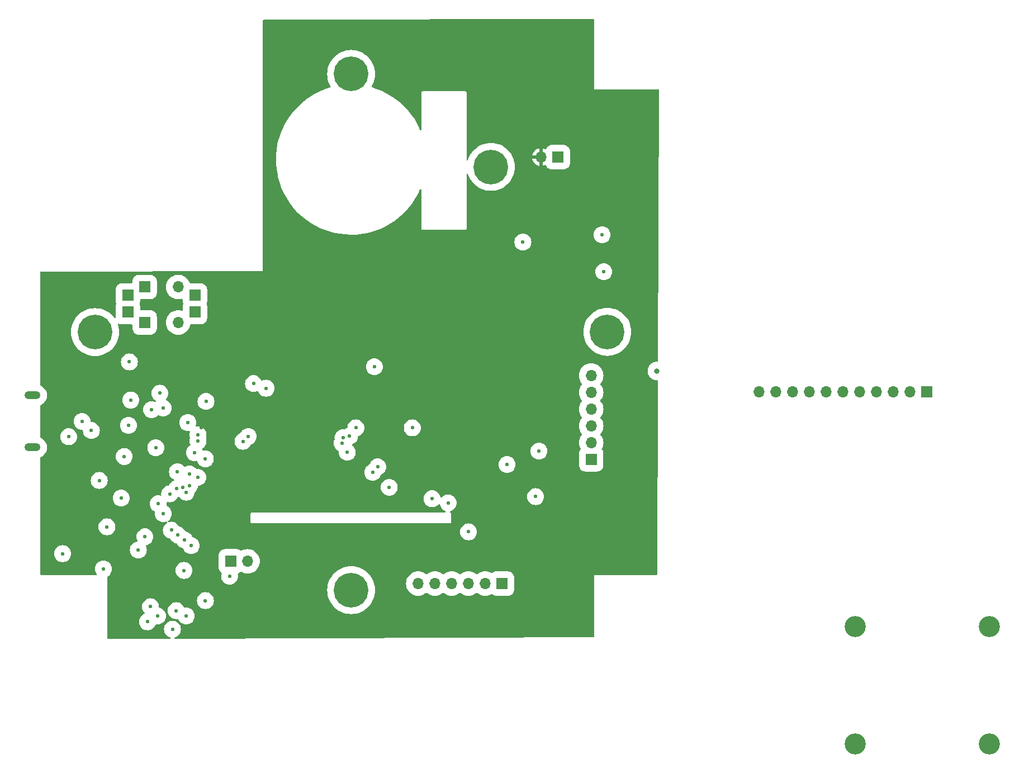
<source format=gbr>
%TF.GenerationSoftware,KiCad,Pcbnew,8.0.6-1.fc40*%
%TF.CreationDate,2024-10-27T15:38:32-04:00*%
%TF.ProjectId,payload_board,7061796c-6f61-4645-9f62-6f6172642e6b,rev?*%
%TF.SameCoordinates,Original*%
%TF.FileFunction,Copper,L2,Inr*%
%TF.FilePolarity,Positive*%
%FSLAX46Y46*%
G04 Gerber Fmt 4.6, Leading zero omitted, Abs format (unit mm)*
G04 Created by KiCad (PCBNEW 8.0.6-1.fc40) date 2024-10-27 15:38:32*
%MOMM*%
%LPD*%
G01*
G04 APERTURE LIST*
%TA.AperFunction,ComponentPad*%
%ADD10R,1.700000X1.700000*%
%TD*%
%TA.AperFunction,ComponentPad*%
%ADD11O,1.700000X1.700000*%
%TD*%
%TA.AperFunction,ComponentPad*%
%ADD12C,5.250000*%
%TD*%
%TA.AperFunction,ComponentPad*%
%ADD13C,3.200000*%
%TD*%
%TA.AperFunction,ComponentPad*%
%ADD14O,2.416000X1.208000*%
%TD*%
%TA.AperFunction,ViaPad*%
%ADD15C,0.550000*%
%TD*%
%TA.AperFunction,ViaPad*%
%ADD16C,0.800000*%
%TD*%
%TA.AperFunction,Conductor*%
%ADD17C,0.152400*%
%TD*%
G04 APERTURE END LIST*
D10*
%TO.N,SPI0_MOSI*%
%TO.C,J5*%
X150170000Y-72050000D03*
D11*
%TO.N,SPI0_SCK*%
X147630000Y-72050000D03*
%TO.N,Disp_DC*%
X145090000Y-72050000D03*
%TO.N,Disp_RST*%
X142550000Y-72050000D03*
%TO.N,SPI0_CS_DISP*%
X140010000Y-72050000D03*
%TO.N,SPI0_CS_SD*%
X137470000Y-72050000D03*
%TO.N,SPI0_MISO*%
X134930000Y-72050000D03*
%TO.N,SD_IND*%
X132390000Y-72050000D03*
%TO.N,/3Vo*%
X129850000Y-72050000D03*
%TO.N,DIN-*%
X127310000Y-72050000D03*
%TO.N,GND*%
X124770000Y-72050000D03*
%TD*%
D12*
%TO.N,GND*%
%TO.C,*%
X101782992Y-62956243D03*
%TD*%
D13*
%TO.N,N/C*%
%TO.C,*%
X159661300Y-107620000D03*
%TD*%
D10*
%TO.N,CIN-*%
%TO.C,J2*%
X99340000Y-82270000D03*
D11*
%TO.N,GND*%
X99340000Y-79730000D03*
%TO.N,SPI1_SCK_Cam*%
X99340000Y-77190000D03*
%TO.N,SPI1_MISO_Cam*%
X99340000Y-74650000D03*
%TO.N,SPI1_MOSI_Cam*%
X99340000Y-72110000D03*
%TO.N,SPI1_CS_Cam*%
X99340000Y-69570000D03*
%TD*%
D10*
%TO.N,SWCLK*%
%TO.C,J15*%
X85852000Y-101092000D03*
D11*
%TO.N,GND*%
X83312000Y-101092000D03*
%TO.N,SWDIO*%
X80772000Y-101092000D03*
%TO.N,UART1_TX*%
X78232000Y-101092000D03*
%TO.N,GND*%
X75692000Y-101092000D03*
%TO.N,UART1_RX*%
X73152000Y-101092000D03*
%TD*%
D10*
%TO.N,BGND*%
%TO.C,J_Burn*%
X31705000Y-61540000D03*
X29165000Y-59980000D03*
X29165000Y-57440000D03*
X31705000Y-56170000D03*
D11*
%TO.N,BPWR*%
X36785000Y-61540000D03*
D10*
X39325000Y-59980000D03*
X39325000Y-57440000D03*
D11*
X36785000Y-56170000D03*
%TD*%
D12*
%TO.N,GND*%
%TO.C,*%
X84155749Y-37976859D03*
%TD*%
D10*
%TO.N,GND*%
%TO.C,J12*%
X94275000Y-36500000D03*
D11*
%TO.N,+3.3V*%
X91735000Y-36500000D03*
%TD*%
D13*
%TO.N,N/C*%
%TO.C,*%
X139341300Y-107620000D03*
%TD*%
%TO.N,N/C*%
%TO.C,*%
X159661300Y-125400000D03*
%TD*%
D12*
%TO.N,GND*%
%TO.C,*%
X24195000Y-63000000D03*
%TD*%
D10*
%TO.N,/~{RESET}*%
%TO.C,R9*%
X44750000Y-97725000D03*
D11*
%TO.N,Net-(U2-~{RESET})*%
X47290000Y-97725000D03*
%TD*%
D14*
%TO.N,N/C*%
%TO.C,J7*%
X14700000Y-72567500D03*
X14700000Y-80467500D03*
%TD*%
D12*
%TO.N,GND*%
%TO.C,J2*%
X62988996Y-102081941D03*
%TD*%
D13*
%TO.N,N/C*%
%TO.C,*%
X139341300Y-125400000D03*
%TD*%
D12*
%TO.N,GND*%
%TO.C,J5*%
X62988996Y-23896243D03*
%TD*%
D15*
%TO.N,GND*%
X19280000Y-96560000D03*
X32140348Y-106880001D03*
X39250000Y-81250000D03*
X39750000Y-85000000D03*
X25460000Y-98880000D03*
X28150000Y-88140000D03*
X33750000Y-89000000D03*
X36670000Y-84150000D03*
X32750000Y-74750000D03*
X63700000Y-77500000D03*
X24830000Y-85470000D03*
X40900000Y-82200000D03*
D16*
X109290000Y-68880000D03*
D15*
%TO.N,1.2V*%
X33390000Y-80518000D03*
X28610000Y-81840000D03*
%TO.N,Break_SDA*%
X38000000Y-106000000D03*
%TO.N,Break_SCL*%
X36500000Y-105200000D03*
%TO.N,I2C1_SDA*%
X38750000Y-95342900D03*
%TO.N,I2C1_SCL*%
X37750000Y-94500000D03*
%TO.N,SPI0_CS_DISP*%
X61750000Y-79000000D03*
%TO.N,Cam_RST*%
X34544000Y-90500000D03*
X36561699Y-86708301D03*
X86600000Y-83060000D03*
%TO.N,SPI1_SCK_Cam*%
X35500000Y-87500000D03*
X75250000Y-88250000D03*
%TO.N,SPI1_MOSI_Cam*%
X38000000Y-87250000D03*
X68750000Y-86500000D03*
%TO.N,Disp_RST*%
X62750000Y-78750000D03*
%TO.N,/USBBOOT*%
X26000000Y-92500000D03*
X31750000Y-94000000D03*
X30750000Y-96000000D03*
X37500000Y-86500000D03*
%TO.N,Disp_DC*%
X38500000Y-86250000D03*
%TO.N,SWCLK*%
X66250000Y-84250000D03*
X39800000Y-79500000D03*
X46600000Y-79540000D03*
X77690000Y-88870000D03*
%TO.N,SWDIO*%
X47400000Y-78800000D03*
X39800000Y-78540000D03*
X80772000Y-93250000D03*
X67000000Y-83400000D03*
%TO.N,/~{RESET}*%
X38250000Y-76700000D03*
X40910000Y-103670000D03*
X44570000Y-99970000D03*
%TO.N,SPI0_MISO*%
X50100000Y-71500000D03*
X101250000Y-53853300D03*
%TO.N,SPI0_CS_SD*%
X48200000Y-70800000D03*
X101000000Y-48250000D03*
%TO.N,SPI0_SCK*%
X62400000Y-81200000D03*
%TO.N,SPI0_MOSI*%
X61600000Y-79800000D03*
%TO.N,WDT_WDI*%
X37661960Y-99098040D03*
X34500000Y-74500000D03*
%TO.N,ADC0*%
X66500000Y-68250000D03*
X34000000Y-72250000D03*
X29610000Y-73290000D03*
%TO.N,ADC1*%
X29260000Y-77130000D03*
X41000000Y-73500000D03*
X72250000Y-77500000D03*
%TO.N,Cam_3.3v*%
X90930040Y-87917700D03*
X91440000Y-81020000D03*
%TO.N,+3.3V*%
X101750000Y-50553299D03*
X31430000Y-79440000D03*
X41130000Y-105530000D03*
X86500000Y-80990000D03*
X40250000Y-77500000D03*
X32766000Y-83820000D03*
X64750000Y-66343201D03*
X61730000Y-59062500D03*
X53661000Y-102922000D03*
X29730000Y-65850000D03*
X68900000Y-72181201D03*
X25460000Y-80570000D03*
X18150000Y-83090000D03*
%TO.N,SD_IND*%
X38500000Y-84500000D03*
X89000000Y-49353299D03*
%TO.N,VBUS*%
X20200000Y-78850000D03*
X29390000Y-67510000D03*
%TO.N,/D+*%
X23640000Y-77910000D03*
X22220000Y-76520000D03*
%TO.N,UART1_TX*%
X32600000Y-104600000D03*
X35920000Y-108000000D03*
%TO.N,UART1_RX*%
X33640348Y-106000000D03*
%TO.N,BURN_A*%
X36750000Y-93750000D03*
%TO.N,BURN_B*%
X35750000Y-93000000D03*
%TD*%
D17*
%TO.N,1.2V*%
X28620000Y-81850000D02*
X28610000Y-81840000D01*
%TD*%
%TA.AperFunction,Conductor*%
%TO.N,+3.3V*%
G36*
X99752734Y-15564828D02*
G01*
X99798643Y-15617498D01*
X99810000Y-15669339D01*
X99810000Y-26210000D01*
X99840000Y-26240000D01*
X109530060Y-26240000D01*
X109597099Y-26259685D01*
X109642854Y-26312489D01*
X109654059Y-26364534D01*
X109477479Y-67356034D01*
X109457506Y-67422988D01*
X109404505Y-67468515D01*
X109353480Y-67479500D01*
X109173951Y-67479500D01*
X109128164Y-67487140D01*
X108945015Y-67517702D01*
X108725504Y-67593061D01*
X108725495Y-67593064D01*
X108521371Y-67703531D01*
X108521365Y-67703535D01*
X108338222Y-67846081D01*
X108338219Y-67846084D01*
X108181016Y-68016852D01*
X108054075Y-68211151D01*
X107960842Y-68423699D01*
X107903866Y-68648691D01*
X107903864Y-68648702D01*
X107884700Y-68879993D01*
X107884700Y-68880006D01*
X107903864Y-69111297D01*
X107903866Y-69111308D01*
X107960842Y-69336300D01*
X108054075Y-69548848D01*
X108181016Y-69743147D01*
X108181019Y-69743151D01*
X108181021Y-69743153D01*
X108338216Y-69913913D01*
X108338219Y-69913915D01*
X108338222Y-69913918D01*
X108521365Y-70056464D01*
X108521371Y-70056468D01*
X108521374Y-70056470D01*
X108688860Y-70147109D01*
X108712338Y-70159815D01*
X108725497Y-70166936D01*
X108839487Y-70206068D01*
X108945015Y-70242297D01*
X108945017Y-70242297D01*
X108945019Y-70242298D01*
X109173951Y-70280500D01*
X109173952Y-70280500D01*
X109340345Y-70280500D01*
X109407384Y-70300185D01*
X109453139Y-70352989D01*
X109464344Y-70405034D01*
X109338122Y-99706534D01*
X109318149Y-99773488D01*
X109265148Y-99819015D01*
X109214123Y-99830000D01*
X99789999Y-99830000D01*
X99770000Y-99849999D01*
X99770000Y-109110022D01*
X99750315Y-109177061D01*
X99697511Y-109222816D01*
X99646433Y-109234021D01*
X36360557Y-109454937D01*
X36293449Y-109435487D01*
X36247510Y-109382843D01*
X36237325Y-109313720D01*
X36266128Y-109250063D01*
X36324774Y-109212084D01*
X36328031Y-109211163D01*
X36344337Y-109206793D01*
X36357913Y-109203156D01*
X36560186Y-109108835D01*
X36743007Y-108980822D01*
X36900822Y-108823007D01*
X37028835Y-108640186D01*
X37123156Y-108437913D01*
X37180920Y-108222334D01*
X37200372Y-108000000D01*
X37180920Y-107777666D01*
X37123156Y-107562087D01*
X37028835Y-107359814D01*
X36900822Y-107176993D01*
X36743007Y-107019178D01*
X36560186Y-106891165D01*
X36357913Y-106796844D01*
X36357909Y-106796843D01*
X36357905Y-106796841D01*
X36142339Y-106739081D01*
X36142329Y-106739079D01*
X35920001Y-106719628D01*
X35919999Y-106719628D01*
X35697670Y-106739079D01*
X35697660Y-106739081D01*
X35482094Y-106796841D01*
X35482087Y-106796843D01*
X35482087Y-106796844D01*
X35279814Y-106891165D01*
X35096993Y-107019178D01*
X35096991Y-107019179D01*
X35096988Y-107019182D01*
X34939182Y-107176988D01*
X34939179Y-107176991D01*
X34939178Y-107176993D01*
X34811165Y-107359814D01*
X34716845Y-107562085D01*
X34716841Y-107562094D01*
X34659081Y-107777660D01*
X34659079Y-107777670D01*
X34639628Y-107999999D01*
X34639628Y-108000000D01*
X34659079Y-108222329D01*
X34659081Y-108222339D01*
X34716841Y-108437905D01*
X34716843Y-108437909D01*
X34716844Y-108437913D01*
X34811165Y-108640186D01*
X34939178Y-108823007D01*
X35096993Y-108980822D01*
X35279814Y-109108835D01*
X35482087Y-109203156D01*
X35482093Y-109203157D01*
X35482094Y-109203158D01*
X35523289Y-109214196D01*
X35582949Y-109250560D01*
X35613479Y-109313407D01*
X35605185Y-109382783D01*
X35560700Y-109436661D01*
X35494148Y-109457936D01*
X35491629Y-109457970D01*
X26204433Y-109490389D01*
X26137325Y-109470939D01*
X26091386Y-109418295D01*
X26080000Y-109366390D01*
X26080000Y-106880000D01*
X30859976Y-106880000D01*
X30859976Y-106880001D01*
X30879427Y-107102330D01*
X30879429Y-107102340D01*
X30937189Y-107317906D01*
X30937191Y-107317910D01*
X30937192Y-107317914D01*
X31031513Y-107520187D01*
X31159526Y-107703008D01*
X31317341Y-107860823D01*
X31500162Y-107988836D01*
X31702435Y-108083157D01*
X31918014Y-108140921D01*
X32095881Y-108156482D01*
X32140347Y-108160373D01*
X32140348Y-108160373D01*
X32140349Y-108160373D01*
X32177403Y-108157131D01*
X32362682Y-108140921D01*
X32578261Y-108083157D01*
X32780534Y-107988836D01*
X32963355Y-107860823D01*
X33121170Y-107703008D01*
X33249183Y-107520187D01*
X33335265Y-107335581D01*
X33381437Y-107283142D01*
X33448630Y-107263990D01*
X33458450Y-107264457D01*
X33581467Y-107275220D01*
X33640347Y-107280372D01*
X33640348Y-107280372D01*
X33640349Y-107280372D01*
X33677403Y-107277130D01*
X33862682Y-107260920D01*
X34078261Y-107203156D01*
X34280534Y-107108835D01*
X34463355Y-106980822D01*
X34621170Y-106823007D01*
X34749183Y-106640186D01*
X34843504Y-106437913D01*
X34901268Y-106222334D01*
X34920720Y-106000000D01*
X34901268Y-105777666D01*
X34843504Y-105562087D01*
X34749183Y-105359814D01*
X34637279Y-105199999D01*
X35219628Y-105199999D01*
X35219628Y-105200000D01*
X35239079Y-105422329D01*
X35239081Y-105422339D01*
X35296841Y-105637905D01*
X35296843Y-105637909D01*
X35296844Y-105637913D01*
X35391165Y-105840186D01*
X35519178Y-106023007D01*
X35676993Y-106180822D01*
X35859814Y-106308835D01*
X36062087Y-106403156D01*
X36277666Y-106460920D01*
X36439605Y-106475088D01*
X36499999Y-106480372D01*
X36500000Y-106480372D01*
X36500001Y-106480372D01*
X36560395Y-106475088D01*
X36717736Y-106461322D01*
X36786235Y-106475088D01*
X36836418Y-106523704D01*
X36840923Y-106532441D01*
X36891165Y-106640186D01*
X37019178Y-106823007D01*
X37176993Y-106980822D01*
X37359814Y-107108835D01*
X37562087Y-107203156D01*
X37777666Y-107260920D01*
X37955533Y-107276481D01*
X37999999Y-107280372D01*
X38000000Y-107280372D01*
X38000001Y-107280372D01*
X38037055Y-107277130D01*
X38222334Y-107260920D01*
X38437913Y-107203156D01*
X38640186Y-107108835D01*
X38823007Y-106980822D01*
X38980822Y-106823007D01*
X39108835Y-106640186D01*
X39203156Y-106437913D01*
X39260920Y-106222334D01*
X39280372Y-106000000D01*
X39260920Y-105777666D01*
X39203156Y-105562087D01*
X39108835Y-105359814D01*
X38980822Y-105176993D01*
X38823007Y-105019178D01*
X38640186Y-104891165D01*
X38437913Y-104796844D01*
X38437909Y-104796843D01*
X38437905Y-104796841D01*
X38222339Y-104739081D01*
X38222329Y-104739079D01*
X38000001Y-104719628D01*
X37999998Y-104719628D01*
X37782263Y-104738677D01*
X37713763Y-104724910D01*
X37663580Y-104676295D01*
X37659074Y-104667553D01*
X37608836Y-104559817D01*
X37608835Y-104559815D01*
X37608835Y-104559814D01*
X37480822Y-104376993D01*
X37323007Y-104219178D01*
X37140186Y-104091165D01*
X36937913Y-103996844D01*
X36937909Y-103996843D01*
X36937905Y-103996841D01*
X36722339Y-103939081D01*
X36722329Y-103939079D01*
X36500001Y-103919628D01*
X36499999Y-103919628D01*
X36277670Y-103939079D01*
X36277660Y-103939081D01*
X36062094Y-103996841D01*
X36062087Y-103996843D01*
X36062087Y-103996844D01*
X35859814Y-104091165D01*
X35676993Y-104219178D01*
X35676991Y-104219179D01*
X35676988Y-104219182D01*
X35519182Y-104376988D01*
X35519179Y-104376991D01*
X35519178Y-104376993D01*
X35391165Y-104559814D01*
X35306899Y-104740525D01*
X35296845Y-104762085D01*
X35296841Y-104762094D01*
X35239081Y-104977660D01*
X35239079Y-104977670D01*
X35219628Y-105199999D01*
X34637279Y-105199999D01*
X34621170Y-105176993D01*
X34463355Y-105019178D01*
X34280534Y-104891165D01*
X34078261Y-104796844D01*
X34078257Y-104796843D01*
X34078255Y-104796842D01*
X33968580Y-104767454D01*
X33908919Y-104731088D01*
X33878391Y-104668241D01*
X33877146Y-104636871D01*
X33880372Y-104600000D01*
X33880372Y-104599999D01*
X33872603Y-104511198D01*
X33860920Y-104377666D01*
X33803156Y-104162087D01*
X33708835Y-103959814D01*
X33580822Y-103776993D01*
X33473828Y-103669999D01*
X39629628Y-103669999D01*
X39629628Y-103670000D01*
X39649079Y-103892329D01*
X39649081Y-103892339D01*
X39706841Y-104107905D01*
X39706843Y-104107909D01*
X39706844Y-104107913D01*
X39801165Y-104310186D01*
X39929178Y-104493007D01*
X40086993Y-104650822D01*
X40269814Y-104778835D01*
X40472087Y-104873156D01*
X40687666Y-104930920D01*
X40865533Y-104946481D01*
X40909999Y-104950372D01*
X40910000Y-104950372D01*
X40910001Y-104950372D01*
X40947055Y-104947130D01*
X41132334Y-104930920D01*
X41347913Y-104873156D01*
X41550186Y-104778835D01*
X41733007Y-104650822D01*
X41890822Y-104493007D01*
X42018835Y-104310186D01*
X42113156Y-104107913D01*
X42170920Y-103892334D01*
X42190372Y-103670000D01*
X42170920Y-103447666D01*
X42113156Y-103232087D01*
X42018835Y-103029814D01*
X41890822Y-102846993D01*
X41733007Y-102689178D01*
X41550186Y-102561165D01*
X41347913Y-102466844D01*
X41347909Y-102466843D01*
X41347905Y-102466841D01*
X41132339Y-102409081D01*
X41132329Y-102409079D01*
X40910001Y-102389628D01*
X40909999Y-102389628D01*
X40687670Y-102409079D01*
X40687660Y-102409081D01*
X40472094Y-102466841D01*
X40472087Y-102466843D01*
X40472087Y-102466844D01*
X40269814Y-102561165D01*
X40086993Y-102689178D01*
X40086991Y-102689179D01*
X40086988Y-102689182D01*
X39929182Y-102846988D01*
X39929179Y-102846991D01*
X39929178Y-102846993D01*
X39862304Y-102942499D01*
X39801165Y-103029814D01*
X39706845Y-103232085D01*
X39706841Y-103232094D01*
X39649081Y-103447660D01*
X39649079Y-103447670D01*
X39629628Y-103669999D01*
X33473828Y-103669999D01*
X33423007Y-103619178D01*
X33240186Y-103491165D01*
X33037913Y-103396844D01*
X33037909Y-103396843D01*
X33037905Y-103396841D01*
X32822339Y-103339081D01*
X32822329Y-103339079D01*
X32600001Y-103319628D01*
X32599999Y-103319628D01*
X32377670Y-103339079D01*
X32377660Y-103339081D01*
X32162094Y-103396841D01*
X32162087Y-103396843D01*
X32162087Y-103396844D01*
X31959814Y-103491165D01*
X31776993Y-103619178D01*
X31776991Y-103619179D01*
X31776988Y-103619182D01*
X31619182Y-103776988D01*
X31619179Y-103776991D01*
X31619178Y-103776993D01*
X31491165Y-103959814D01*
X31396845Y-104162085D01*
X31396841Y-104162094D01*
X31339081Y-104377660D01*
X31339079Y-104377670D01*
X31319628Y-104599999D01*
X31319628Y-104600000D01*
X31339079Y-104822329D01*
X31339081Y-104822339D01*
X31396841Y-105037905D01*
X31396843Y-105037909D01*
X31396844Y-105037913D01*
X31491165Y-105240186D01*
X31619178Y-105423007D01*
X31619179Y-105423008D01*
X31693547Y-105497376D01*
X31727031Y-105558700D01*
X31722046Y-105628391D01*
X31680175Y-105684325D01*
X31658270Y-105697439D01*
X31500162Y-105771165D01*
X31401593Y-105840185D01*
X31317341Y-105899179D01*
X31317339Y-105899180D01*
X31317336Y-105899183D01*
X31159530Y-106056989D01*
X31159527Y-106056992D01*
X31159526Y-106056994D01*
X31043757Y-106222329D01*
X31031513Y-106239815D01*
X30937193Y-106442086D01*
X30937189Y-106442095D01*
X30879429Y-106657661D01*
X30879427Y-106657671D01*
X30859976Y-106880000D01*
X26080000Y-106880000D01*
X26080000Y-102081940D01*
X59358521Y-102081940D01*
X59358521Y-102081941D01*
X59378409Y-102461430D01*
X59437855Y-102836753D01*
X59437856Y-102836760D01*
X59536210Y-103203823D01*
X59672393Y-103558591D01*
X59844914Y-103897183D01*
X60051874Y-104215874D01*
X60051876Y-104215876D01*
X60051879Y-104215880D01*
X60051880Y-104215881D01*
X60291027Y-104511203D01*
X60559734Y-104779910D01*
X60803948Y-104977670D01*
X60855060Y-105019060D01*
X60855062Y-105019062D01*
X61133683Y-105200000D01*
X61173758Y-105226025D01*
X61512349Y-105398545D01*
X61867118Y-105534728D01*
X62234178Y-105633081D01*
X62609508Y-105692528D01*
X62968007Y-105711316D01*
X62988995Y-105712416D01*
X62988996Y-105712416D01*
X62988997Y-105712416D01*
X63008885Y-105711373D01*
X63368484Y-105692528D01*
X63743814Y-105633081D01*
X64110874Y-105534728D01*
X64465643Y-105398545D01*
X64804234Y-105226025D01*
X65093899Y-105037914D01*
X65122929Y-105019062D01*
X65122931Y-105019060D01*
X65122936Y-105019057D01*
X65418258Y-104779910D01*
X65686965Y-104511203D01*
X65926112Y-104215881D01*
X65961047Y-104162087D01*
X66068357Y-103996844D01*
X66133080Y-103897179D01*
X66305600Y-103558588D01*
X66441783Y-103203819D01*
X66540136Y-102836759D01*
X66599583Y-102461429D01*
X66619471Y-102081941D01*
X66599583Y-101702453D01*
X66540136Y-101327123D01*
X66477135Y-101091998D01*
X71296773Y-101091998D01*
X71296773Y-101092001D01*
X71315657Y-101356027D01*
X71315658Y-101356034D01*
X71371921Y-101614673D01*
X71464426Y-101862690D01*
X71464428Y-101862694D01*
X71591280Y-102095005D01*
X71591285Y-102095013D01*
X71749906Y-102306907D01*
X71749922Y-102306925D01*
X71937074Y-102494077D01*
X71937092Y-102494093D01*
X72148986Y-102652714D01*
X72148994Y-102652719D01*
X72381305Y-102779571D01*
X72381309Y-102779573D01*
X72381311Y-102779574D01*
X72629322Y-102872077D01*
X72629325Y-102872077D01*
X72629326Y-102872078D01*
X72646942Y-102875910D01*
X72887974Y-102928343D01*
X73131660Y-102945772D01*
X73151999Y-102947227D01*
X73152000Y-102947227D01*
X73152001Y-102947227D01*
X73170885Y-102945876D01*
X73416026Y-102928343D01*
X73674678Y-102872077D01*
X73922689Y-102779574D01*
X74155011Y-102652716D01*
X74277309Y-102561165D01*
X74347690Y-102508479D01*
X74413154Y-102484062D01*
X74481427Y-102498914D01*
X74496310Y-102508479D01*
X74688986Y-102652714D01*
X74688994Y-102652719D01*
X74921305Y-102779571D01*
X74921309Y-102779573D01*
X74921311Y-102779574D01*
X75169322Y-102872077D01*
X75169325Y-102872077D01*
X75169326Y-102872078D01*
X75186942Y-102875910D01*
X75427974Y-102928343D01*
X75671660Y-102945772D01*
X75691999Y-102947227D01*
X75692000Y-102947227D01*
X75692001Y-102947227D01*
X75710885Y-102945876D01*
X75956026Y-102928343D01*
X76214678Y-102872077D01*
X76462689Y-102779574D01*
X76695011Y-102652716D01*
X76817309Y-102561165D01*
X76887690Y-102508479D01*
X76953154Y-102484062D01*
X77021427Y-102498914D01*
X77036310Y-102508479D01*
X77228986Y-102652714D01*
X77228994Y-102652719D01*
X77461305Y-102779571D01*
X77461309Y-102779573D01*
X77461311Y-102779574D01*
X77709322Y-102872077D01*
X77709325Y-102872077D01*
X77709326Y-102872078D01*
X77726942Y-102875910D01*
X77967974Y-102928343D01*
X78211660Y-102945772D01*
X78231999Y-102947227D01*
X78232000Y-102947227D01*
X78232001Y-102947227D01*
X78250885Y-102945876D01*
X78496026Y-102928343D01*
X78754678Y-102872077D01*
X79002689Y-102779574D01*
X79235011Y-102652716D01*
X79357309Y-102561165D01*
X79427690Y-102508479D01*
X79493154Y-102484062D01*
X79561427Y-102498914D01*
X79576310Y-102508479D01*
X79768986Y-102652714D01*
X79768994Y-102652719D01*
X80001305Y-102779571D01*
X80001309Y-102779573D01*
X80001311Y-102779574D01*
X80249322Y-102872077D01*
X80249325Y-102872077D01*
X80249326Y-102872078D01*
X80266942Y-102875910D01*
X80507974Y-102928343D01*
X80751660Y-102945772D01*
X80771999Y-102947227D01*
X80772000Y-102947227D01*
X80772001Y-102947227D01*
X80790885Y-102945876D01*
X81036026Y-102928343D01*
X81294678Y-102872077D01*
X81542689Y-102779574D01*
X81775011Y-102652716D01*
X81897309Y-102561165D01*
X81967690Y-102508479D01*
X82033154Y-102484062D01*
X82101427Y-102498914D01*
X82116310Y-102508479D01*
X82308986Y-102652714D01*
X82308994Y-102652719D01*
X82541305Y-102779571D01*
X82541309Y-102779573D01*
X82541311Y-102779574D01*
X82789322Y-102872077D01*
X82789325Y-102872077D01*
X82789326Y-102872078D01*
X82806942Y-102875910D01*
X83047974Y-102928343D01*
X83291660Y-102945772D01*
X83311999Y-102947227D01*
X83312000Y-102947227D01*
X83312001Y-102947227D01*
X83330885Y-102945876D01*
X83576026Y-102928343D01*
X83834678Y-102872077D01*
X84082689Y-102779574D01*
X84227103Y-102700716D01*
X84295374Y-102685865D01*
X84360839Y-102710281D01*
X84364891Y-102713447D01*
X84448593Y-102781698D01*
X84628951Y-102875909D01*
X84824582Y-102931886D01*
X84943963Y-102942500D01*
X86760036Y-102942499D01*
X86879418Y-102931886D01*
X87075049Y-102875909D01*
X87255407Y-102781698D01*
X87413109Y-102653109D01*
X87541698Y-102495407D01*
X87635909Y-102315049D01*
X87691886Y-102119418D01*
X87702500Y-102000037D01*
X87702499Y-100183964D01*
X87691886Y-100064582D01*
X87647012Y-99907756D01*
X87635910Y-99868954D01*
X87635909Y-99868953D01*
X87635909Y-99868951D01*
X87541698Y-99688593D01*
X87465282Y-99594876D01*
X87413109Y-99530890D01*
X87270609Y-99414698D01*
X87255407Y-99402302D01*
X87075049Y-99308091D01*
X87075048Y-99308090D01*
X87075045Y-99308089D01*
X86957829Y-99274550D01*
X86879418Y-99252114D01*
X86879415Y-99252113D01*
X86879413Y-99252113D01*
X86813102Y-99246217D01*
X86760037Y-99241500D01*
X86760032Y-99241500D01*
X84943971Y-99241500D01*
X84943965Y-99241500D01*
X84943964Y-99241501D01*
X84932316Y-99242536D01*
X84824584Y-99252113D01*
X84628954Y-99308089D01*
X84448587Y-99402305D01*
X84364889Y-99470552D01*
X84300493Y-99497661D01*
X84231663Y-99485651D01*
X84227102Y-99483282D01*
X84082694Y-99404428D01*
X84082690Y-99404426D01*
X83834673Y-99311921D01*
X83576034Y-99255658D01*
X83576027Y-99255657D01*
X83312001Y-99236773D01*
X83311999Y-99236773D01*
X83047972Y-99255657D01*
X83047965Y-99255658D01*
X82789326Y-99311921D01*
X82541309Y-99404426D01*
X82541305Y-99404428D01*
X82308994Y-99531280D01*
X82308986Y-99531285D01*
X82116310Y-99675520D01*
X82050845Y-99699937D01*
X81982573Y-99685085D01*
X81967690Y-99675520D01*
X81775013Y-99531285D01*
X81775005Y-99531280D01*
X81542694Y-99404428D01*
X81542690Y-99404426D01*
X81294673Y-99311921D01*
X81036034Y-99255658D01*
X81036027Y-99255657D01*
X80772001Y-99236773D01*
X80771999Y-99236773D01*
X80507972Y-99255657D01*
X80507965Y-99255658D01*
X80249326Y-99311921D01*
X80001309Y-99404426D01*
X80001305Y-99404428D01*
X79768994Y-99531280D01*
X79768986Y-99531285D01*
X79576310Y-99675520D01*
X79510845Y-99699937D01*
X79442573Y-99685085D01*
X79427690Y-99675520D01*
X79235013Y-99531285D01*
X79235005Y-99531280D01*
X79002694Y-99404428D01*
X79002690Y-99404426D01*
X78754673Y-99311921D01*
X78496034Y-99255658D01*
X78496027Y-99255657D01*
X78232001Y-99236773D01*
X78231999Y-99236773D01*
X77967972Y-99255657D01*
X77967965Y-99255658D01*
X77709326Y-99311921D01*
X77461309Y-99404426D01*
X77461305Y-99404428D01*
X77228994Y-99531280D01*
X77228986Y-99531285D01*
X77036310Y-99675520D01*
X76970845Y-99699937D01*
X76902573Y-99685085D01*
X76887690Y-99675520D01*
X76695013Y-99531285D01*
X76695005Y-99531280D01*
X76462694Y-99404428D01*
X76462690Y-99404426D01*
X76214673Y-99311921D01*
X75956034Y-99255658D01*
X75956027Y-99255657D01*
X75692001Y-99236773D01*
X75691999Y-99236773D01*
X75427972Y-99255657D01*
X75427965Y-99255658D01*
X75169326Y-99311921D01*
X74921309Y-99404426D01*
X74921305Y-99404428D01*
X74688994Y-99531280D01*
X74688986Y-99531285D01*
X74496310Y-99675520D01*
X74430845Y-99699937D01*
X74362573Y-99685085D01*
X74347690Y-99675520D01*
X74155013Y-99531285D01*
X74155005Y-99531280D01*
X73922694Y-99404428D01*
X73922690Y-99404426D01*
X73674673Y-99311921D01*
X73416034Y-99255658D01*
X73416027Y-99255657D01*
X73152001Y-99236773D01*
X73151999Y-99236773D01*
X72887972Y-99255657D01*
X72887965Y-99255658D01*
X72629326Y-99311921D01*
X72381309Y-99404426D01*
X72381305Y-99404428D01*
X72148994Y-99531280D01*
X72148986Y-99531285D01*
X71937092Y-99689906D01*
X71937074Y-99689922D01*
X71749922Y-99877074D01*
X71749906Y-99877092D01*
X71591285Y-100088986D01*
X71591280Y-100088994D01*
X71464428Y-100321305D01*
X71464426Y-100321309D01*
X71371921Y-100569326D01*
X71315658Y-100827965D01*
X71315657Y-100827972D01*
X71296773Y-101091998D01*
X66477135Y-101091998D01*
X66441783Y-100960063D01*
X66305600Y-100605294D01*
X66133080Y-100266704D01*
X66084784Y-100192334D01*
X65926113Y-99948002D01*
X65761723Y-99744998D01*
X65686965Y-99652679D01*
X65418258Y-99383972D01*
X65122936Y-99144825D01*
X65122933Y-99144823D01*
X65122931Y-99144821D01*
X65122929Y-99144819D01*
X64804238Y-98937859D01*
X64465646Y-98765338D01*
X64110878Y-98629155D01*
X63743815Y-98530801D01*
X63743808Y-98530800D01*
X63368485Y-98471354D01*
X62988997Y-98451466D01*
X62988995Y-98451466D01*
X62609506Y-98471354D01*
X62234183Y-98530800D01*
X62234176Y-98530801D01*
X61867113Y-98629155D01*
X61512345Y-98765338D01*
X61173754Y-98937859D01*
X60855057Y-99144823D01*
X60559738Y-99383968D01*
X60559730Y-99383975D01*
X60291030Y-99652675D01*
X60291023Y-99652683D01*
X60051878Y-99948002D01*
X59844914Y-100266699D01*
X59672393Y-100605290D01*
X59536210Y-100960058D01*
X59437856Y-101327121D01*
X59437855Y-101327128D01*
X59378409Y-101702451D01*
X59358521Y-102081940D01*
X26080000Y-102081940D01*
X26080000Y-100067519D01*
X26099685Y-100000480D01*
X26132872Y-99965947D01*
X26283007Y-99860822D01*
X26440822Y-99703007D01*
X26568835Y-99520186D01*
X26663156Y-99317913D01*
X26720920Y-99102334D01*
X26721296Y-99098039D01*
X36381588Y-99098039D01*
X36381588Y-99098040D01*
X36401039Y-99320369D01*
X36401041Y-99320379D01*
X36458801Y-99535945D01*
X36458803Y-99535949D01*
X36458804Y-99535953D01*
X36553125Y-99738226D01*
X36681138Y-99921047D01*
X36838953Y-100078862D01*
X37021774Y-100206875D01*
X37224047Y-100301196D01*
X37439626Y-100358960D01*
X37617493Y-100374521D01*
X37661959Y-100378412D01*
X37661960Y-100378412D01*
X37661961Y-100378412D01*
X37699015Y-100375170D01*
X37884294Y-100358960D01*
X38099873Y-100301196D01*
X38302146Y-100206875D01*
X38484967Y-100078862D01*
X38642782Y-99921047D01*
X38770795Y-99738226D01*
X38865116Y-99535953D01*
X38922880Y-99320374D01*
X38942332Y-99098040D01*
X38922880Y-98875706D01*
X38865116Y-98660127D01*
X38770795Y-98457854D01*
X38642782Y-98275033D01*
X38484967Y-98117218D01*
X38302146Y-97989205D01*
X38099873Y-97894884D01*
X38099869Y-97894883D01*
X38099865Y-97894881D01*
X37884299Y-97837121D01*
X37884289Y-97837119D01*
X37661961Y-97817668D01*
X37661959Y-97817668D01*
X37439630Y-97837119D01*
X37439620Y-97837121D01*
X37224054Y-97894881D01*
X37224047Y-97894883D01*
X37224047Y-97894884D01*
X37021774Y-97989205D01*
X36838953Y-98117218D01*
X36838951Y-98117219D01*
X36838948Y-98117222D01*
X36681142Y-98275028D01*
X36553125Y-98457854D01*
X36458805Y-98660125D01*
X36458801Y-98660134D01*
X36401041Y-98875700D01*
X36401039Y-98875710D01*
X36381588Y-99098039D01*
X26721296Y-99098039D01*
X26740372Y-98880000D01*
X26720920Y-98657666D01*
X26663156Y-98442087D01*
X26568835Y-98239814D01*
X26440822Y-98056993D01*
X26283007Y-97899178D01*
X26100186Y-97771165D01*
X25897913Y-97676844D01*
X25897909Y-97676843D01*
X25897905Y-97676841D01*
X25682339Y-97619081D01*
X25682329Y-97619079D01*
X25460001Y-97599628D01*
X25459999Y-97599628D01*
X25237670Y-97619079D01*
X25237660Y-97619081D01*
X25022094Y-97676841D01*
X25022087Y-97676843D01*
X25022087Y-97676844D01*
X24819814Y-97771165D01*
X24636993Y-97899178D01*
X24636991Y-97899179D01*
X24636988Y-97899182D01*
X24479182Y-98056988D01*
X24351165Y-98239814D01*
X24256845Y-98442085D01*
X24256841Y-98442094D01*
X24199081Y-98657660D01*
X24199079Y-98657670D01*
X24179628Y-98879999D01*
X24179628Y-98880000D01*
X24199079Y-99102329D01*
X24199081Y-99102339D01*
X24256841Y-99317905D01*
X24256843Y-99317909D01*
X24256844Y-99317913D01*
X24351165Y-99520186D01*
X24403464Y-99594876D01*
X24425791Y-99661083D01*
X24408781Y-99728850D01*
X24357833Y-99776663D01*
X24301889Y-99790000D01*
X16003899Y-99790000D01*
X15936860Y-99770315D01*
X15891105Y-99717511D01*
X15879899Y-99666000D01*
X15879899Y-96559999D01*
X17999628Y-96559999D01*
X17999628Y-96560000D01*
X18019079Y-96782329D01*
X18019081Y-96782339D01*
X18076841Y-96997905D01*
X18076843Y-96997909D01*
X18076844Y-96997913D01*
X18171165Y-97200186D01*
X18299178Y-97383007D01*
X18456993Y-97540822D01*
X18639814Y-97668835D01*
X18842087Y-97763156D01*
X19057666Y-97820920D01*
X19235533Y-97836481D01*
X19279999Y-97840372D01*
X19280000Y-97840372D01*
X19280001Y-97840372D01*
X19317181Y-97837119D01*
X19502334Y-97820920D01*
X19717913Y-97763156D01*
X19920186Y-97668835D01*
X20103007Y-97540822D01*
X20260822Y-97383007D01*
X20388835Y-97200186D01*
X20483156Y-96997913D01*
X20540920Y-96782334D01*
X20560372Y-96560000D01*
X20540920Y-96337666D01*
X20494899Y-96165911D01*
X20483158Y-96122094D01*
X20483157Y-96122093D01*
X20483156Y-96122087D01*
X20426226Y-95999999D01*
X29469628Y-95999999D01*
X29469628Y-96000000D01*
X29489079Y-96222329D01*
X29489081Y-96222339D01*
X29546841Y-96437905D01*
X29546843Y-96437909D01*
X29546844Y-96437913D01*
X29641165Y-96640186D01*
X29769178Y-96823007D01*
X29926993Y-96980822D01*
X30109814Y-97108835D01*
X30312087Y-97203156D01*
X30527666Y-97260920D01*
X30705533Y-97276481D01*
X30749999Y-97280372D01*
X30750000Y-97280372D01*
X30750001Y-97280372D01*
X30787055Y-97277130D01*
X30972334Y-97260920D01*
X31187913Y-97203156D01*
X31390186Y-97108835D01*
X31573007Y-96980822D01*
X31730822Y-96823007D01*
X31735052Y-96816966D01*
X42899500Y-96816966D01*
X42899500Y-98633028D01*
X42899501Y-98633034D01*
X42910113Y-98752415D01*
X42966089Y-98948045D01*
X42966090Y-98948048D01*
X42966091Y-98948049D01*
X43060302Y-99128407D01*
X43073689Y-99144825D01*
X43188890Y-99286109D01*
X43326852Y-99398601D01*
X43366369Y-99456222D01*
X43368461Y-99526060D01*
X43368221Y-99526850D01*
X43368245Y-99526857D01*
X43309081Y-99747660D01*
X43309079Y-99747670D01*
X43289628Y-99969999D01*
X43289628Y-99970000D01*
X43309079Y-100192329D01*
X43309081Y-100192339D01*
X43366841Y-100407905D01*
X43366843Y-100407909D01*
X43366844Y-100407913D01*
X43461165Y-100610186D01*
X43589178Y-100793007D01*
X43746993Y-100950822D01*
X43929814Y-101078835D01*
X44132087Y-101173156D01*
X44347666Y-101230920D01*
X44525533Y-101246481D01*
X44569999Y-101250372D01*
X44570000Y-101250372D01*
X44570001Y-101250372D01*
X44607055Y-101247130D01*
X44792334Y-101230920D01*
X45007913Y-101173156D01*
X45210186Y-101078835D01*
X45393007Y-100950822D01*
X45550822Y-100793007D01*
X45678835Y-100610186D01*
X45773156Y-100407913D01*
X45830920Y-100192334D01*
X45850372Y-99970000D01*
X45830920Y-99747666D01*
X45813177Y-99681448D01*
X45814840Y-99611603D01*
X45854002Y-99553740D01*
X45898838Y-99530143D01*
X45973049Y-99508909D01*
X46153407Y-99414698D01*
X46237109Y-99346446D01*
X46301503Y-99319338D01*
X46370333Y-99331347D01*
X46374896Y-99333717D01*
X46519305Y-99412571D01*
X46519309Y-99412573D01*
X46519311Y-99412574D01*
X46767322Y-99505077D01*
X46767325Y-99505077D01*
X46767326Y-99505078D01*
X46909257Y-99535953D01*
X47025974Y-99561343D01*
X47269660Y-99578772D01*
X47289999Y-99580227D01*
X47290000Y-99580227D01*
X47290001Y-99580227D01*
X47308885Y-99578876D01*
X47554026Y-99561343D01*
X47812678Y-99505077D01*
X48060689Y-99412574D01*
X48293011Y-99285716D01*
X48504915Y-99127087D01*
X48692087Y-98939915D01*
X48850716Y-98728011D01*
X48977574Y-98495689D01*
X49070077Y-98247678D01*
X49126343Y-97989026D01*
X49145227Y-97725000D01*
X49126343Y-97460974D01*
X49070259Y-97203158D01*
X49070078Y-97202326D01*
X49069279Y-97200185D01*
X48977574Y-96954311D01*
X48905878Y-96823011D01*
X48850719Y-96721994D01*
X48850714Y-96721986D01*
X48692093Y-96510092D01*
X48692077Y-96510074D01*
X48504925Y-96322922D01*
X48504907Y-96322906D01*
X48293013Y-96164285D01*
X48293005Y-96164280D01*
X48060694Y-96037428D01*
X48060690Y-96037426D01*
X47812673Y-95944921D01*
X47554034Y-95888658D01*
X47554027Y-95888657D01*
X47290001Y-95869773D01*
X47289999Y-95869773D01*
X47025972Y-95888657D01*
X47025965Y-95888658D01*
X46767326Y-95944921D01*
X46519309Y-96037426D01*
X46374895Y-96116282D01*
X46306622Y-96131133D01*
X46241158Y-96106716D01*
X46237108Y-96103551D01*
X46156014Y-96037428D01*
X46153407Y-96035302D01*
X45973049Y-95941091D01*
X45973048Y-95941090D01*
X45973045Y-95941089D01*
X45855829Y-95907550D01*
X45777418Y-95885114D01*
X45777415Y-95885113D01*
X45777413Y-95885113D01*
X45711102Y-95879217D01*
X45658037Y-95874500D01*
X45658032Y-95874500D01*
X43841971Y-95874500D01*
X43841965Y-95874500D01*
X43841964Y-95874501D01*
X43830316Y-95875536D01*
X43722584Y-95885113D01*
X43526954Y-95941089D01*
X43436772Y-95988196D01*
X43346593Y-96035302D01*
X43346591Y-96035303D01*
X43346590Y-96035304D01*
X43188890Y-96163890D01*
X43060304Y-96321590D01*
X43060302Y-96321593D01*
X43051904Y-96337670D01*
X42966089Y-96501954D01*
X42910114Y-96697583D01*
X42910113Y-96697586D01*
X42899500Y-96816966D01*
X31735052Y-96816966D01*
X31858835Y-96640186D01*
X31953156Y-96437913D01*
X32010920Y-96222334D01*
X32030372Y-96000000D01*
X32010920Y-95777666D01*
X31953156Y-95562087D01*
X31892900Y-95432868D01*
X31882409Y-95363792D01*
X31910929Y-95300008D01*
X31969405Y-95261769D01*
X31973152Y-95260700D01*
X32187913Y-95203156D01*
X32390186Y-95108835D01*
X32573007Y-94980822D01*
X32730822Y-94823007D01*
X32858835Y-94640186D01*
X32953156Y-94437913D01*
X33010920Y-94222334D01*
X33030372Y-94000000D01*
X33010920Y-93777666D01*
X32953156Y-93562087D01*
X32858835Y-93359814D01*
X32730822Y-93176993D01*
X32573007Y-93019178D01*
X32390186Y-92891165D01*
X32187913Y-92796844D01*
X32187909Y-92796843D01*
X32187905Y-92796841D01*
X31972339Y-92739081D01*
X31972329Y-92739079D01*
X31750001Y-92719628D01*
X31749999Y-92719628D01*
X31527670Y-92739079D01*
X31527660Y-92739081D01*
X31312094Y-92796841D01*
X31312087Y-92796843D01*
X31312087Y-92796844D01*
X31109814Y-92891165D01*
X30926993Y-93019178D01*
X30926991Y-93019179D01*
X30926988Y-93019182D01*
X30769182Y-93176988D01*
X30769179Y-93176991D01*
X30769178Y-93176993D01*
X30666938Y-93323007D01*
X30641165Y-93359814D01*
X30546845Y-93562085D01*
X30546841Y-93562094D01*
X30489081Y-93777660D01*
X30489079Y-93777670D01*
X30469628Y-93999999D01*
X30469628Y-94000000D01*
X30489079Y-94222329D01*
X30489081Y-94222339D01*
X30546841Y-94437905D01*
X30546846Y-94437919D01*
X30607098Y-94567130D01*
X30617590Y-94636207D01*
X30589070Y-94699991D01*
X30530593Y-94738230D01*
X30526810Y-94739309D01*
X30312091Y-94796842D01*
X30312087Y-94796844D01*
X30109814Y-94891165D01*
X29926993Y-95019178D01*
X29926991Y-95019179D01*
X29926988Y-95019182D01*
X29769182Y-95176988D01*
X29769179Y-95176991D01*
X29769178Y-95176993D01*
X29750857Y-95203158D01*
X29641165Y-95359814D01*
X29546845Y-95562085D01*
X29546841Y-95562094D01*
X29489081Y-95777660D01*
X29489079Y-95777670D01*
X29469628Y-95999999D01*
X20426226Y-95999999D01*
X20388835Y-95919814D01*
X20260822Y-95736993D01*
X20103007Y-95579178D01*
X19920186Y-95451165D01*
X19717913Y-95356844D01*
X19717909Y-95356843D01*
X19717905Y-95356841D01*
X19502339Y-95299081D01*
X19502329Y-95299079D01*
X19280001Y-95279628D01*
X19279999Y-95279628D01*
X19057670Y-95299079D01*
X19057660Y-95299081D01*
X18842094Y-95356841D01*
X18842087Y-95356843D01*
X18842087Y-95356844D01*
X18639814Y-95451165D01*
X18456993Y-95579178D01*
X18456991Y-95579179D01*
X18456988Y-95579182D01*
X18299182Y-95736988D01*
X18299179Y-95736991D01*
X18299178Y-95736993D01*
X18192981Y-95888658D01*
X18171165Y-95919814D01*
X18076845Y-96122085D01*
X18076841Y-96122094D01*
X18019081Y-96337660D01*
X18019079Y-96337670D01*
X17999628Y-96559999D01*
X15879899Y-96559999D01*
X15879899Y-92499999D01*
X24719628Y-92499999D01*
X24719628Y-92500000D01*
X24739079Y-92722329D01*
X24739081Y-92722339D01*
X24796841Y-92937905D01*
X24796843Y-92937909D01*
X24796844Y-92937913D01*
X24891165Y-93140186D01*
X25019178Y-93323007D01*
X25176993Y-93480822D01*
X25359814Y-93608835D01*
X25562087Y-93703156D01*
X25777666Y-93760920D01*
X25955533Y-93776481D01*
X25999999Y-93780372D01*
X26000000Y-93780372D01*
X26000001Y-93780372D01*
X26037055Y-93777130D01*
X26222334Y-93760920D01*
X26437913Y-93703156D01*
X26640186Y-93608835D01*
X26823007Y-93480822D01*
X26980822Y-93323007D01*
X27108835Y-93140186D01*
X27203156Y-92937913D01*
X27260920Y-92722334D01*
X27280372Y-92500000D01*
X27260920Y-92277666D01*
X27203156Y-92062087D01*
X27108835Y-91859814D01*
X26980822Y-91676993D01*
X26823007Y-91519178D01*
X26640186Y-91391165D01*
X26437913Y-91296844D01*
X26437909Y-91296843D01*
X26437905Y-91296841D01*
X26222339Y-91239081D01*
X26222329Y-91239079D01*
X26000001Y-91219628D01*
X25999999Y-91219628D01*
X25777670Y-91239079D01*
X25777660Y-91239081D01*
X25562094Y-91296841D01*
X25562087Y-91296843D01*
X25562087Y-91296844D01*
X25359814Y-91391165D01*
X25176993Y-91519178D01*
X25176991Y-91519179D01*
X25176988Y-91519182D01*
X25019182Y-91676988D01*
X25019179Y-91676991D01*
X25019178Y-91676993D01*
X24891165Y-91859814D01*
X24796845Y-92062085D01*
X24796841Y-92062094D01*
X24739081Y-92277660D01*
X24739079Y-92277670D01*
X24719628Y-92499999D01*
X15879899Y-92499999D01*
X15879899Y-88139999D01*
X26869628Y-88139999D01*
X26869628Y-88140000D01*
X26889079Y-88362329D01*
X26889081Y-88362339D01*
X26946841Y-88577905D01*
X26946843Y-88577909D01*
X26946844Y-88577913D01*
X27041165Y-88780186D01*
X27169178Y-88963007D01*
X27326993Y-89120822D01*
X27509814Y-89248835D01*
X27712087Y-89343156D01*
X27712093Y-89343157D01*
X27712094Y-89343158D01*
X27763980Y-89357060D01*
X27927666Y-89400920D01*
X28105533Y-89416481D01*
X28149999Y-89420372D01*
X28150000Y-89420372D01*
X28150001Y-89420372D01*
X28187055Y-89417130D01*
X28372334Y-89400920D01*
X28587913Y-89343156D01*
X28790186Y-89248835D01*
X28973007Y-89120822D01*
X29093830Y-88999999D01*
X32469628Y-88999999D01*
X32469628Y-89000000D01*
X32489079Y-89222329D01*
X32489081Y-89222339D01*
X32546841Y-89437905D01*
X32546843Y-89437909D01*
X32546844Y-89437913D01*
X32641165Y-89640186D01*
X32769178Y-89823007D01*
X32926993Y-89980822D01*
X33109814Y-90108835D01*
X33211791Y-90156387D01*
X33264229Y-90202557D01*
X33283381Y-90269751D01*
X33282913Y-90279573D01*
X33281712Y-90293299D01*
X33263628Y-90499999D01*
X33263628Y-90500000D01*
X33283079Y-90722329D01*
X33283081Y-90722339D01*
X33340841Y-90937905D01*
X33340843Y-90937909D01*
X33340844Y-90937913D01*
X33435165Y-91140186D01*
X33563178Y-91323007D01*
X33720993Y-91480822D01*
X33903814Y-91608835D01*
X34106087Y-91703156D01*
X34321666Y-91760920D01*
X34499533Y-91776481D01*
X34543999Y-91780372D01*
X34544000Y-91780372D01*
X34544001Y-91780372D01*
X34581055Y-91777130D01*
X34766334Y-91760920D01*
X34944767Y-91713109D01*
X35014616Y-91714772D01*
X35072479Y-91753934D01*
X35099983Y-91818163D01*
X35088397Y-91887065D01*
X35047984Y-91934458D01*
X34926992Y-92019178D01*
X34769182Y-92176988D01*
X34769179Y-92176991D01*
X34769178Y-92176993D01*
X34641165Y-92359814D01*
X34583152Y-92484225D01*
X34546845Y-92562085D01*
X34546841Y-92562094D01*
X34489081Y-92777660D01*
X34489079Y-92777670D01*
X34469628Y-92999999D01*
X34469628Y-93000000D01*
X34489079Y-93222329D01*
X34489081Y-93222339D01*
X34546841Y-93437905D01*
X34546843Y-93437909D01*
X34546844Y-93437913D01*
X34641165Y-93640186D01*
X34769178Y-93823007D01*
X34926993Y-93980822D01*
X35109814Y-94108835D01*
X35312087Y-94203156D01*
X35312093Y-94203157D01*
X35312094Y-94203158D01*
X35383679Y-94222339D01*
X35527666Y-94260920D01*
X35532634Y-94262251D01*
X35592295Y-94298616D01*
X35612923Y-94329621D01*
X35641164Y-94390185D01*
X35641165Y-94390186D01*
X35769178Y-94573007D01*
X35926993Y-94730822D01*
X36109814Y-94858835D01*
X36312087Y-94953156D01*
X36527666Y-95010920D01*
X36532634Y-95012251D01*
X36592295Y-95048616D01*
X36612923Y-95079621D01*
X36641164Y-95140185D01*
X36641165Y-95140186D01*
X36769178Y-95323007D01*
X36926993Y-95480822D01*
X37109814Y-95608835D01*
X37312087Y-95703156D01*
X37483130Y-95748986D01*
X37542790Y-95785351D01*
X37563417Y-95816355D01*
X37641165Y-95983086D01*
X37769178Y-96165907D01*
X37926993Y-96323722D01*
X38109814Y-96451735D01*
X38312087Y-96546056D01*
X38527666Y-96603820D01*
X38705533Y-96619381D01*
X38749999Y-96623272D01*
X38750000Y-96623272D01*
X38750001Y-96623272D01*
X38787055Y-96620030D01*
X38972334Y-96603820D01*
X39187913Y-96546056D01*
X39390186Y-96451735D01*
X39573007Y-96323722D01*
X39730822Y-96165907D01*
X39858835Y-95983086D01*
X39953156Y-95780813D01*
X40010920Y-95565234D01*
X40030372Y-95342900D01*
X40010920Y-95120566D01*
X39953156Y-94904987D01*
X39858835Y-94702714D01*
X39730822Y-94519893D01*
X39573007Y-94362078D01*
X39390186Y-94234065D01*
X39187913Y-94139744D01*
X39187910Y-94139743D01*
X39187908Y-94139742D01*
X39016870Y-94093913D01*
X38957210Y-94057548D01*
X38936582Y-94026543D01*
X38858835Y-93859814D01*
X38833062Y-93823007D01*
X38730822Y-93676993D01*
X38573007Y-93519178D01*
X38390186Y-93391165D01*
X38187913Y-93296844D01*
X38187909Y-93296843D01*
X38187905Y-93296841D01*
X38013086Y-93249999D01*
X79491628Y-93249999D01*
X79491628Y-93250000D01*
X79511079Y-93472329D01*
X79511081Y-93472339D01*
X79568841Y-93687905D01*
X79568843Y-93687909D01*
X79568844Y-93687913D01*
X79663165Y-93890186D01*
X79791178Y-94073007D01*
X79948993Y-94230822D01*
X80131814Y-94358835D01*
X80334087Y-94453156D01*
X80549666Y-94510920D01*
X80727533Y-94526481D01*
X80771999Y-94530372D01*
X80772000Y-94530372D01*
X80772001Y-94530372D01*
X80809055Y-94527130D01*
X80994334Y-94510920D01*
X81209913Y-94453156D01*
X81412186Y-94358835D01*
X81595007Y-94230822D01*
X81752822Y-94073007D01*
X81880835Y-93890186D01*
X81975156Y-93687913D01*
X82032920Y-93472334D01*
X82052372Y-93250000D01*
X82032920Y-93027666D01*
X81975156Y-92812087D01*
X81880835Y-92609814D01*
X81752822Y-92426993D01*
X81595007Y-92269178D01*
X81412186Y-92141165D01*
X81209913Y-92046844D01*
X81209909Y-92046843D01*
X81209905Y-92046841D01*
X80994339Y-91989081D01*
X80994329Y-91989079D01*
X80772001Y-91969628D01*
X80771999Y-91969628D01*
X80549670Y-91989079D01*
X80549660Y-91989081D01*
X80334094Y-92046841D01*
X80334087Y-92046843D01*
X80334087Y-92046844D01*
X80131814Y-92141165D01*
X79948993Y-92269178D01*
X79948991Y-92269179D01*
X79948988Y-92269182D01*
X79791182Y-92426988D01*
X79791179Y-92426991D01*
X79791178Y-92426993D01*
X79663165Y-92609814D01*
X79584898Y-92777660D01*
X79568845Y-92812085D01*
X79568841Y-92812094D01*
X79511081Y-93027660D01*
X79511079Y-93027670D01*
X79491628Y-93249999D01*
X38013086Y-93249999D01*
X37967364Y-93237748D01*
X37907703Y-93201383D01*
X37887077Y-93170381D01*
X37858835Y-93109814D01*
X37730822Y-92926993D01*
X37573007Y-92769178D01*
X37390186Y-92641165D01*
X37187913Y-92546844D01*
X37187909Y-92546843D01*
X37187905Y-92546841D01*
X36967364Y-92487748D01*
X36907703Y-92451383D01*
X36887077Y-92420381D01*
X36858835Y-92359814D01*
X36730822Y-92176993D01*
X36573007Y-92019178D01*
X36390186Y-91891165D01*
X36187913Y-91796844D01*
X36187909Y-91796843D01*
X36187905Y-91796841D01*
X35972339Y-91739081D01*
X35972329Y-91739079D01*
X35750001Y-91719628D01*
X35749999Y-91719628D01*
X35527670Y-91739079D01*
X35527660Y-91739081D01*
X35349232Y-91786890D01*
X35279382Y-91785227D01*
X35221520Y-91746064D01*
X35194016Y-91681835D01*
X35205603Y-91612933D01*
X35246013Y-91565542D01*
X35367007Y-91480822D01*
X35524822Y-91323007D01*
X35652835Y-91140186D01*
X35747156Y-90937913D01*
X35804920Y-90722334D01*
X35824372Y-90500000D01*
X35821285Y-90464716D01*
X47748496Y-90464716D01*
X47748496Y-91804483D01*
X47771415Y-91859814D01*
X47779020Y-91878174D01*
X47835422Y-91934576D01*
X47909114Y-91965100D01*
X47909116Y-91965100D01*
X77988876Y-91965100D01*
X77988878Y-91965100D01*
X78062570Y-91934576D01*
X78118972Y-91878174D01*
X78149496Y-91804482D01*
X78149496Y-90464718D01*
X78118972Y-90391026D01*
X78062570Y-90334624D01*
X78062568Y-90334623D01*
X78042427Y-90326280D01*
X77988024Y-90282438D01*
X77965961Y-90216143D01*
X77983242Y-90148444D01*
X78034380Y-90100835D01*
X78057787Y-90091946D01*
X78093357Y-90082415D01*
X78127903Y-90073159D01*
X78127904Y-90073158D01*
X78127913Y-90073156D01*
X78330186Y-89978835D01*
X78513007Y-89850822D01*
X78670822Y-89693007D01*
X78798835Y-89510186D01*
X78893156Y-89307913D01*
X78950920Y-89092334D01*
X78970372Y-88870000D01*
X78950920Y-88647666D01*
X78893156Y-88432087D01*
X78798835Y-88229814D01*
X78670822Y-88046993D01*
X78541528Y-87917699D01*
X89649668Y-87917699D01*
X89649668Y-87917700D01*
X89669119Y-88140029D01*
X89669121Y-88140039D01*
X89726881Y-88355605D01*
X89726883Y-88355609D01*
X89726884Y-88355613D01*
X89821205Y-88557886D01*
X89949218Y-88740707D01*
X90107033Y-88898522D01*
X90289854Y-89026535D01*
X90492127Y-89120856D01*
X90707706Y-89178620D01*
X90885573Y-89194181D01*
X90930039Y-89198072D01*
X90930040Y-89198072D01*
X90930041Y-89198072D01*
X90967095Y-89194830D01*
X91152374Y-89178620D01*
X91367953Y-89120856D01*
X91570226Y-89026535D01*
X91753047Y-88898522D01*
X91910862Y-88740707D01*
X92038875Y-88557886D01*
X92133196Y-88355613D01*
X92190960Y-88140034D01*
X92210412Y-87917700D01*
X92190960Y-87695366D01*
X92133196Y-87479787D01*
X92038875Y-87277514D01*
X91910862Y-87094693D01*
X91753047Y-86936878D01*
X91570226Y-86808865D01*
X91367953Y-86714544D01*
X91367949Y-86714543D01*
X91367945Y-86714541D01*
X91152379Y-86656781D01*
X91152369Y-86656779D01*
X90930041Y-86637328D01*
X90930039Y-86637328D01*
X90707710Y-86656779D01*
X90707700Y-86656781D01*
X90492134Y-86714541D01*
X90492127Y-86714543D01*
X90492127Y-86714544D01*
X90289854Y-86808865D01*
X90107033Y-86936878D01*
X90107031Y-86936879D01*
X90107028Y-86936882D01*
X89949222Y-87094688D01*
X89949219Y-87094691D01*
X89949218Y-87094693D01*
X89821205Y-87277514D01*
X89751505Y-87426988D01*
X89726885Y-87479785D01*
X89726881Y-87479794D01*
X89669121Y-87695360D01*
X89669119Y-87695370D01*
X89649668Y-87917699D01*
X78541528Y-87917699D01*
X78513007Y-87889178D01*
X78330186Y-87761165D01*
X78127913Y-87666844D01*
X78127909Y-87666843D01*
X78127905Y-87666841D01*
X77912339Y-87609081D01*
X77912329Y-87609079D01*
X77690001Y-87589628D01*
X77689999Y-87589628D01*
X77467670Y-87609079D01*
X77467660Y-87609081D01*
X77252094Y-87666841D01*
X77252087Y-87666843D01*
X77252087Y-87666844D01*
X77049814Y-87761165D01*
X76944726Y-87834749D01*
X76866992Y-87889179D01*
X76708769Y-88047402D01*
X76647446Y-88080886D01*
X76577754Y-88075902D01*
X76521821Y-88034030D01*
X76501313Y-87991813D01*
X76500927Y-87990374D01*
X76453156Y-87812087D01*
X76358835Y-87609814D01*
X76230822Y-87426993D01*
X76073007Y-87269178D01*
X75890186Y-87141165D01*
X75687913Y-87046844D01*
X75687909Y-87046843D01*
X75687905Y-87046841D01*
X75472339Y-86989081D01*
X75472329Y-86989079D01*
X75250001Y-86969628D01*
X75249999Y-86969628D01*
X75027670Y-86989079D01*
X75027660Y-86989081D01*
X74812094Y-87046841D01*
X74812087Y-87046843D01*
X74812087Y-87046844D01*
X74609814Y-87141165D01*
X74426993Y-87269178D01*
X74426991Y-87269179D01*
X74426988Y-87269182D01*
X74269182Y-87426988D01*
X74269179Y-87426991D01*
X74269178Y-87426993D01*
X74141165Y-87609814D01*
X74070704Y-87760920D01*
X74046845Y-87812085D01*
X74046841Y-87812094D01*
X73989081Y-88027660D01*
X73989079Y-88027670D01*
X73969628Y-88249999D01*
X73969628Y-88250000D01*
X73989079Y-88472329D01*
X73989081Y-88472339D01*
X74046841Y-88687905D01*
X74046843Y-88687909D01*
X74046844Y-88687913D01*
X74141165Y-88890186D01*
X74269178Y-89073007D01*
X74426993Y-89230822D01*
X74609814Y-89358835D01*
X74812087Y-89453156D01*
X75027666Y-89510920D01*
X75205533Y-89526481D01*
X75249999Y-89530372D01*
X75250000Y-89530372D01*
X75250001Y-89530372D01*
X75287055Y-89527130D01*
X75472334Y-89510920D01*
X75687913Y-89453156D01*
X75890186Y-89358835D01*
X76073007Y-89230822D01*
X76230822Y-89073007D01*
X76230826Y-89073000D01*
X76231229Y-89072598D01*
X76292553Y-89039113D01*
X76362244Y-89044097D01*
X76418178Y-89085968D01*
X76438686Y-89128185D01*
X76486842Y-89307908D01*
X76486843Y-89307910D01*
X76486844Y-89307913D01*
X76581165Y-89510186D01*
X76709178Y-89693007D01*
X76866993Y-89850822D01*
X77049813Y-89978834D01*
X77049814Y-89978835D01*
X77240425Y-90067718D01*
X77292864Y-90113890D01*
X77312016Y-90181084D01*
X77291800Y-90247965D01*
X77238635Y-90293299D01*
X77188020Y-90304100D01*
X47909112Y-90304100D01*
X47835421Y-90334624D01*
X47779020Y-90391025D01*
X47748496Y-90464716D01*
X35821285Y-90464716D01*
X35804920Y-90277666D01*
X35747156Y-90062087D01*
X35652835Y-89859814D01*
X35524822Y-89676993D01*
X35367007Y-89519178D01*
X35184186Y-89391165D01*
X35114854Y-89358835D01*
X35082210Y-89343613D01*
X35029770Y-89297441D01*
X35010618Y-89230248D01*
X35011084Y-89220452D01*
X35030372Y-89000000D01*
X35027135Y-88963007D01*
X35018451Y-88863745D01*
X35032218Y-88795245D01*
X35080833Y-88745062D01*
X35148861Y-88729128D01*
X35174068Y-88733161D01*
X35277666Y-88760920D01*
X35455533Y-88776481D01*
X35499999Y-88780372D01*
X35500000Y-88780372D01*
X35500001Y-88780372D01*
X35537055Y-88777130D01*
X35722334Y-88760920D01*
X35937913Y-88703156D01*
X36140186Y-88608835D01*
X36323007Y-88480822D01*
X36480822Y-88323007D01*
X36608835Y-88140186D01*
X36654241Y-88042809D01*
X36700411Y-87990374D01*
X36755815Y-87971689D01*
X36784033Y-87969221D01*
X36836971Y-87955036D01*
X36906820Y-87956699D01*
X36964683Y-87995861D01*
X36970638Y-88003686D01*
X36987432Y-88027670D01*
X37019178Y-88073007D01*
X37176993Y-88230822D01*
X37359814Y-88358835D01*
X37562087Y-88453156D01*
X37777666Y-88510920D01*
X37955533Y-88526481D01*
X37999999Y-88530372D01*
X38000000Y-88530372D01*
X38000001Y-88530372D01*
X38037055Y-88527130D01*
X38222334Y-88510920D01*
X38437913Y-88453156D01*
X38640186Y-88358835D01*
X38823007Y-88230822D01*
X38980822Y-88073007D01*
X39108835Y-87890186D01*
X39203156Y-87687913D01*
X39260920Y-87472334D01*
X39274337Y-87318972D01*
X39299789Y-87253905D01*
X39319532Y-87235100D01*
X39318862Y-87234301D01*
X39323000Y-87230828D01*
X39323003Y-87230824D01*
X39323007Y-87230822D01*
X39480822Y-87073007D01*
X39608835Y-86890186D01*
X39703156Y-86687913D01*
X39753507Y-86499999D01*
X67469628Y-86499999D01*
X67469628Y-86500000D01*
X67489079Y-86722329D01*
X67489081Y-86722339D01*
X67546841Y-86937905D01*
X67546843Y-86937909D01*
X67546844Y-86937913D01*
X67641165Y-87140186D01*
X67769178Y-87323007D01*
X67926993Y-87480822D01*
X68109814Y-87608835D01*
X68312087Y-87703156D01*
X68312093Y-87703157D01*
X68312094Y-87703158D01*
X68363980Y-87717060D01*
X68527666Y-87760920D01*
X68705533Y-87776481D01*
X68749999Y-87780372D01*
X68750000Y-87780372D01*
X68750001Y-87780372D01*
X68787055Y-87777130D01*
X68972334Y-87760920D01*
X69187913Y-87703156D01*
X69390186Y-87608835D01*
X69573007Y-87480822D01*
X69730822Y-87323007D01*
X69858835Y-87140186D01*
X69953156Y-86937913D01*
X70010920Y-86722334D01*
X70030372Y-86500000D01*
X70010920Y-86277666D01*
X69953156Y-86062087D01*
X69858835Y-85859814D01*
X69730822Y-85676993D01*
X69573007Y-85519178D01*
X69390186Y-85391165D01*
X69187913Y-85296844D01*
X69187909Y-85296843D01*
X69187905Y-85296841D01*
X68972339Y-85239081D01*
X68972329Y-85239079D01*
X68750001Y-85219628D01*
X68749999Y-85219628D01*
X68527670Y-85239079D01*
X68527660Y-85239081D01*
X68312094Y-85296841D01*
X68312087Y-85296843D01*
X68312087Y-85296844D01*
X68109814Y-85391165D01*
X67926993Y-85519178D01*
X67926991Y-85519179D01*
X67926988Y-85519182D01*
X67769182Y-85676988D01*
X67769179Y-85676991D01*
X67769178Y-85676993D01*
X67666938Y-85823007D01*
X67641165Y-85859814D01*
X67546845Y-86062085D01*
X67546841Y-86062094D01*
X67489081Y-86277660D01*
X67489079Y-86277670D01*
X67469628Y-86499999D01*
X39753507Y-86499999D01*
X39760920Y-86472334D01*
X39768859Y-86381578D01*
X39794311Y-86316512D01*
X39850901Y-86275533D01*
X39881575Y-86268860D01*
X39972334Y-86260920D01*
X40187913Y-86203156D01*
X40390186Y-86108835D01*
X40573007Y-85980822D01*
X40730822Y-85823007D01*
X40858835Y-85640186D01*
X40953156Y-85437913D01*
X41010920Y-85222334D01*
X41030372Y-85000000D01*
X41010920Y-84777666D01*
X40953156Y-84562087D01*
X40858835Y-84359814D01*
X40781941Y-84249999D01*
X64969628Y-84249999D01*
X64969628Y-84250000D01*
X64989079Y-84472329D01*
X64989081Y-84472339D01*
X65046841Y-84687905D01*
X65046843Y-84687909D01*
X65046844Y-84687913D01*
X65141165Y-84890186D01*
X65269178Y-85073007D01*
X65426993Y-85230822D01*
X65609814Y-85358835D01*
X65812087Y-85453156D01*
X66027666Y-85510920D01*
X66205533Y-85526481D01*
X66249999Y-85530372D01*
X66250000Y-85530372D01*
X66250001Y-85530372D01*
X66287055Y-85527130D01*
X66472334Y-85510920D01*
X66687913Y-85453156D01*
X66890186Y-85358835D01*
X67073007Y-85230822D01*
X67230822Y-85073007D01*
X67358835Y-84890186D01*
X67453156Y-84687913D01*
X67466320Y-84638780D01*
X67502681Y-84579123D01*
X67533681Y-84558498D01*
X67640186Y-84508835D01*
X67823007Y-84380822D01*
X67980822Y-84223007D01*
X68108835Y-84040186D01*
X68203156Y-83837913D01*
X68260920Y-83622334D01*
X68280372Y-83400000D01*
X68260920Y-83177666D01*
X68229391Y-83059999D01*
X85319628Y-83059999D01*
X85319628Y-83060000D01*
X85339079Y-83282329D01*
X85339081Y-83282339D01*
X85396841Y-83497905D01*
X85396843Y-83497909D01*
X85396844Y-83497913D01*
X85491165Y-83700186D01*
X85619178Y-83883007D01*
X85776993Y-84040822D01*
X85959814Y-84168835D01*
X86162087Y-84263156D01*
X86162093Y-84263157D01*
X86162094Y-84263158D01*
X86213980Y-84277060D01*
X86377666Y-84320920D01*
X86555533Y-84336481D01*
X86599999Y-84340372D01*
X86600000Y-84340372D01*
X86600001Y-84340372D01*
X86637055Y-84337130D01*
X86822334Y-84320920D01*
X87037913Y-84263156D01*
X87240186Y-84168835D01*
X87423007Y-84040822D01*
X87580822Y-83883007D01*
X87708835Y-83700186D01*
X87803156Y-83497913D01*
X87860920Y-83282334D01*
X87880372Y-83060000D01*
X87878898Y-83043158D01*
X87871806Y-82962094D01*
X87860920Y-82837666D01*
X87803156Y-82622087D01*
X87708835Y-82419814D01*
X87580822Y-82236993D01*
X87423007Y-82079178D01*
X87240186Y-81951165D01*
X87037913Y-81856844D01*
X87037909Y-81856843D01*
X87037905Y-81856841D01*
X86822339Y-81799081D01*
X86822329Y-81799079D01*
X86600001Y-81779628D01*
X86599999Y-81779628D01*
X86377670Y-81799079D01*
X86377660Y-81799081D01*
X86162094Y-81856841D01*
X86162087Y-81856843D01*
X86162087Y-81856844D01*
X85959814Y-81951165D01*
X85776993Y-82079178D01*
X85776991Y-82079179D01*
X85776988Y-82079182D01*
X85619182Y-82236988D01*
X85619179Y-82236991D01*
X85619178Y-82236993D01*
X85502829Y-82403156D01*
X85491165Y-82419814D01*
X85396845Y-82622085D01*
X85396841Y-82622094D01*
X85339081Y-82837660D01*
X85339079Y-82837670D01*
X85319628Y-83059999D01*
X68229391Y-83059999D01*
X68203156Y-82962087D01*
X68108835Y-82759814D01*
X67980822Y-82576993D01*
X67823007Y-82419178D01*
X67640186Y-82291165D01*
X67437913Y-82196844D01*
X67437909Y-82196843D01*
X67437905Y-82196841D01*
X67222339Y-82139081D01*
X67222329Y-82139079D01*
X67000001Y-82119628D01*
X66999999Y-82119628D01*
X66777670Y-82139079D01*
X66777660Y-82139081D01*
X66562094Y-82196841D01*
X66562087Y-82196843D01*
X66562087Y-82196844D01*
X66359814Y-82291165D01*
X66176993Y-82419178D01*
X66176991Y-82419179D01*
X66176988Y-82419182D01*
X66019182Y-82576988D01*
X66019179Y-82576991D01*
X66019178Y-82576993D01*
X65891165Y-82759814D01*
X65796843Y-82962087D01*
X65783679Y-83011217D01*
X65747314Y-83070877D01*
X65716310Y-83091504D01*
X65609816Y-83141163D01*
X65557155Y-83178037D01*
X65426993Y-83269178D01*
X65426991Y-83269179D01*
X65426988Y-83269182D01*
X65269182Y-83426988D01*
X65269179Y-83426991D01*
X65269178Y-83426993D01*
X65141165Y-83609814D01*
X65093476Y-83712085D01*
X65046845Y-83812085D01*
X65046841Y-83812094D01*
X64989081Y-84027660D01*
X64989079Y-84027670D01*
X64969628Y-84249999D01*
X40781941Y-84249999D01*
X40730822Y-84176993D01*
X40573007Y-84019178D01*
X40390186Y-83891165D01*
X40187913Y-83796844D01*
X40187909Y-83796843D01*
X40187905Y-83796841D01*
X39972339Y-83739081D01*
X39972329Y-83739079D01*
X39750001Y-83719628D01*
X39749998Y-83719628D01*
X39595809Y-83733117D01*
X39527309Y-83719350D01*
X39483430Y-83680717D01*
X39480824Y-83676996D01*
X39480820Y-83676991D01*
X39323011Y-83519182D01*
X39323007Y-83519178D01*
X39140186Y-83391165D01*
X38937913Y-83296844D01*
X38937909Y-83296843D01*
X38937905Y-83296841D01*
X38722339Y-83239081D01*
X38722329Y-83239079D01*
X38500001Y-83219628D01*
X38499999Y-83219628D01*
X38277670Y-83239079D01*
X38277660Y-83239081D01*
X38062094Y-83296841D01*
X38062087Y-83296843D01*
X38062087Y-83296844D01*
X38060860Y-83297416D01*
X37859815Y-83391164D01*
X37859812Y-83391166D01*
X37851299Y-83397127D01*
X37785092Y-83419452D01*
X37717325Y-83402438D01*
X37678606Y-83366673D01*
X37650822Y-83326993D01*
X37493007Y-83169178D01*
X37310186Y-83041165D01*
X37107913Y-82946844D01*
X37107909Y-82946843D01*
X37107905Y-82946841D01*
X36892339Y-82889081D01*
X36892329Y-82889079D01*
X36670001Y-82869628D01*
X36669999Y-82869628D01*
X36447670Y-82889079D01*
X36447660Y-82889081D01*
X36232094Y-82946841D01*
X36232087Y-82946843D01*
X36232087Y-82946844D01*
X36029814Y-83041165D01*
X35846993Y-83169178D01*
X35846991Y-83169179D01*
X35846988Y-83169182D01*
X35689182Y-83326988D01*
X35689179Y-83326991D01*
X35689178Y-83326993D01*
X35561165Y-83509814D01*
X35483210Y-83676991D01*
X35466845Y-83712085D01*
X35466841Y-83712094D01*
X35409081Y-83927660D01*
X35409080Y-83927663D01*
X35409080Y-83927666D01*
X35399180Y-84040822D01*
X35389628Y-84149999D01*
X35389628Y-84150000D01*
X35409079Y-84372329D01*
X35409081Y-84372339D01*
X35466841Y-84587905D01*
X35466843Y-84587909D01*
X35466844Y-84587913D01*
X35561165Y-84790186D01*
X35689178Y-84973007D01*
X35846993Y-85130822D01*
X36029814Y-85258835D01*
X36099905Y-85291519D01*
X36152341Y-85337688D01*
X36171494Y-85404882D01*
X36151279Y-85471763D01*
X36099903Y-85516281D01*
X35921513Y-85599465D01*
X35810800Y-85676988D01*
X35738692Y-85727479D01*
X35738690Y-85727480D01*
X35738687Y-85727483D01*
X35580881Y-85885289D01*
X35580878Y-85885292D01*
X35580877Y-85885294D01*
X35538267Y-85946145D01*
X35452863Y-86068115D01*
X35407457Y-86165489D01*
X35361284Y-86217928D01*
X35305884Y-86236611D01*
X35277670Y-86239079D01*
X35277660Y-86239081D01*
X35062094Y-86296841D01*
X35062087Y-86296843D01*
X35062087Y-86296844D01*
X34859814Y-86391165D01*
X34676993Y-86519178D01*
X34676991Y-86519179D01*
X34676988Y-86519182D01*
X34519182Y-86676988D01*
X34519179Y-86676991D01*
X34519178Y-86676993D01*
X34391165Y-86859814D01*
X34355246Y-86936844D01*
X34296845Y-87062085D01*
X34296841Y-87062094D01*
X34239081Y-87277660D01*
X34239079Y-87277670D01*
X34219628Y-87499999D01*
X34219628Y-87500002D01*
X34231548Y-87636255D01*
X34217781Y-87704755D01*
X34169166Y-87754938D01*
X34101137Y-87770871D01*
X34075927Y-87766837D01*
X33972339Y-87739081D01*
X33972329Y-87739079D01*
X33750001Y-87719628D01*
X33749999Y-87719628D01*
X33527670Y-87739079D01*
X33527660Y-87739081D01*
X33312094Y-87796841D01*
X33312087Y-87796843D01*
X33312087Y-87796844D01*
X33109814Y-87891165D01*
X32926993Y-88019178D01*
X32926991Y-88019179D01*
X32926988Y-88019182D01*
X32769182Y-88176988D01*
X32769179Y-88176991D01*
X32769178Y-88176993D01*
X32641165Y-88359814D01*
X32570704Y-88510920D01*
X32546845Y-88562085D01*
X32546841Y-88562094D01*
X32489081Y-88777660D01*
X32489079Y-88777670D01*
X32469628Y-88999999D01*
X29093830Y-88999999D01*
X29130822Y-88963007D01*
X29258835Y-88780186D01*
X29353156Y-88577913D01*
X29410920Y-88362334D01*
X29430372Y-88140000D01*
X29410920Y-87917666D01*
X29367060Y-87753980D01*
X29353158Y-87702094D01*
X29353157Y-87702093D01*
X29353156Y-87702087D01*
X29258835Y-87499814D01*
X29130822Y-87316993D01*
X28973007Y-87159178D01*
X28790186Y-87031165D01*
X28587913Y-86936844D01*
X28587909Y-86936843D01*
X28587905Y-86936841D01*
X28372339Y-86879081D01*
X28372329Y-86879079D01*
X28150001Y-86859628D01*
X28149999Y-86859628D01*
X27927670Y-86879079D01*
X27927660Y-86879081D01*
X27712094Y-86936841D01*
X27712087Y-86936843D01*
X27712087Y-86936844D01*
X27509814Y-87031165D01*
X27326993Y-87159178D01*
X27326991Y-87159179D01*
X27326988Y-87159182D01*
X27169182Y-87316988D01*
X27169179Y-87316991D01*
X27169178Y-87316993D01*
X27055188Y-87479787D01*
X27041165Y-87499814D01*
X26946845Y-87702085D01*
X26946841Y-87702094D01*
X26889081Y-87917660D01*
X26889079Y-87917670D01*
X26869628Y-88139999D01*
X15879899Y-88139999D01*
X15879899Y-85469999D01*
X23549628Y-85469999D01*
X23549628Y-85470000D01*
X23569079Y-85692329D01*
X23569081Y-85692339D01*
X23626841Y-85907905D01*
X23626843Y-85907909D01*
X23626844Y-85907913D01*
X23721165Y-86110186D01*
X23849178Y-86293007D01*
X24006993Y-86450822D01*
X24189814Y-86578835D01*
X24392087Y-86673156D01*
X24607666Y-86730920D01*
X24785533Y-86746481D01*
X24829999Y-86750372D01*
X24830000Y-86750372D01*
X24830001Y-86750372D01*
X24867055Y-86747130D01*
X25052334Y-86730920D01*
X25267913Y-86673156D01*
X25470186Y-86578835D01*
X25653007Y-86450822D01*
X25810822Y-86293007D01*
X25938835Y-86110186D01*
X26033156Y-85907913D01*
X26090920Y-85692334D01*
X26110372Y-85470000D01*
X26108898Y-85453158D01*
X26098796Y-85337688D01*
X26090920Y-85247666D01*
X26033156Y-85032087D01*
X25938835Y-84829814D01*
X25810822Y-84646993D01*
X25653007Y-84489178D01*
X25470186Y-84361165D01*
X25267913Y-84266844D01*
X25267909Y-84266843D01*
X25267905Y-84266841D01*
X25052339Y-84209081D01*
X25052329Y-84209079D01*
X24830001Y-84189628D01*
X24829999Y-84189628D01*
X24607670Y-84209079D01*
X24607660Y-84209081D01*
X24392094Y-84266841D01*
X24392087Y-84266843D01*
X24392087Y-84266844D01*
X24189814Y-84361165D01*
X24006993Y-84489178D01*
X24006991Y-84489179D01*
X24006988Y-84489182D01*
X23849182Y-84646988D01*
X23849179Y-84646991D01*
X23849178Y-84646993D01*
X23721165Y-84829814D01*
X23654392Y-84973011D01*
X23626845Y-85032085D01*
X23626841Y-85032094D01*
X23569081Y-85247660D01*
X23569079Y-85247670D01*
X23549628Y-85469999D01*
X15879899Y-85469999D01*
X15879899Y-82050823D01*
X15899584Y-81983784D01*
X15947603Y-81940339D01*
X16144533Y-81839999D01*
X27329628Y-81839999D01*
X27329628Y-81840000D01*
X27349079Y-82062329D01*
X27349081Y-82062339D01*
X27406841Y-82277905D01*
X27406843Y-82277909D01*
X27406844Y-82277913D01*
X27501165Y-82480186D01*
X27629178Y-82663007D01*
X27786993Y-82820822D01*
X27969814Y-82948835D01*
X28172087Y-83043156D01*
X28387666Y-83100920D01*
X28565533Y-83116481D01*
X28609999Y-83120372D01*
X28610000Y-83120372D01*
X28610001Y-83120372D01*
X28647055Y-83117130D01*
X28832334Y-83100920D01*
X29047913Y-83043156D01*
X29250186Y-82948835D01*
X29433007Y-82820822D01*
X29590822Y-82663007D01*
X29718835Y-82480186D01*
X29813156Y-82277913D01*
X29870920Y-82062334D01*
X29890372Y-81840000D01*
X29870920Y-81617666D01*
X29827060Y-81453980D01*
X29813158Y-81402094D01*
X29813157Y-81402093D01*
X29813156Y-81402087D01*
X29718835Y-81199814D01*
X29590822Y-81016993D01*
X29433007Y-80859178D01*
X29250186Y-80731165D01*
X29047913Y-80636844D01*
X29047909Y-80636843D01*
X29047905Y-80636841D01*
X28832339Y-80579081D01*
X28832329Y-80579079D01*
X28610001Y-80559628D01*
X28609999Y-80559628D01*
X28387670Y-80579079D01*
X28387660Y-80579081D01*
X28172094Y-80636841D01*
X28172087Y-80636843D01*
X28172087Y-80636844D01*
X27969814Y-80731165D01*
X27786993Y-80859178D01*
X27786991Y-80859179D01*
X27786988Y-80859182D01*
X27629182Y-81016988D01*
X27629179Y-81016991D01*
X27629178Y-81016993D01*
X27501165Y-81199814D01*
X27418546Y-81376993D01*
X27406845Y-81402085D01*
X27406841Y-81402094D01*
X27349081Y-81617660D01*
X27349079Y-81617670D01*
X27329628Y-81839999D01*
X16144533Y-81839999D01*
X16144941Y-81839791D01*
X16349261Y-81691344D01*
X16527844Y-81512761D01*
X16676291Y-81308441D01*
X16790948Y-81083414D01*
X16802795Y-81046954D01*
X16868990Y-80843225D01*
X16868990Y-80843224D01*
X16868991Y-80843221D01*
X16908500Y-80593777D01*
X16908500Y-80517999D01*
X32109628Y-80517999D01*
X32109628Y-80518000D01*
X32129079Y-80740329D01*
X32129081Y-80740339D01*
X32186841Y-80955905D01*
X32186843Y-80955909D01*
X32186844Y-80955913D01*
X32281165Y-81158186D01*
X32409178Y-81341007D01*
X32566993Y-81498822D01*
X32749814Y-81626835D01*
X32952087Y-81721156D01*
X33167666Y-81778920D01*
X33345533Y-81794481D01*
X33389999Y-81798372D01*
X33390000Y-81798372D01*
X33390001Y-81798372D01*
X33427055Y-81795130D01*
X33612334Y-81778920D01*
X33827913Y-81721156D01*
X34030186Y-81626835D01*
X34213007Y-81498822D01*
X34370822Y-81341007D01*
X34498835Y-81158186D01*
X34593156Y-80955913D01*
X34650920Y-80740334D01*
X34670372Y-80518000D01*
X34668857Y-80500689D01*
X34656812Y-80363011D01*
X34650920Y-80295666D01*
X34593156Y-80080087D01*
X34498835Y-79877814D01*
X34370822Y-79694993D01*
X34213007Y-79537178D01*
X34030186Y-79409165D01*
X33827913Y-79314844D01*
X33827909Y-79314843D01*
X33827905Y-79314841D01*
X33612339Y-79257081D01*
X33612329Y-79257079D01*
X33390001Y-79237628D01*
X33389999Y-79237628D01*
X33167670Y-79257079D01*
X33167660Y-79257081D01*
X32952094Y-79314841D01*
X32952087Y-79314843D01*
X32952087Y-79314844D01*
X32749814Y-79409165D01*
X32566993Y-79537178D01*
X32566991Y-79537179D01*
X32566988Y-79537182D01*
X32409182Y-79694988D01*
X32409179Y-79694991D01*
X32409178Y-79694993D01*
X32281165Y-79877814D01*
X32246035Y-79953152D01*
X32186845Y-80080085D01*
X32186841Y-80080094D01*
X32129081Y-80295660D01*
X32129079Y-80295670D01*
X32109628Y-80517999D01*
X16908500Y-80517999D01*
X16908500Y-80341223D01*
X16868991Y-80091779D01*
X16868990Y-80091775D01*
X16868990Y-80091774D01*
X16790949Y-79851588D01*
X16790948Y-79851585D01*
X16676290Y-79626558D01*
X16640768Y-79577666D01*
X16527844Y-79422239D01*
X16349261Y-79243656D01*
X16144941Y-79095209D01*
X16100056Y-79072339D01*
X15947604Y-78994660D01*
X15896808Y-78946685D01*
X15879899Y-78884175D01*
X15879899Y-78849999D01*
X18919628Y-78849999D01*
X18919628Y-78850000D01*
X18939079Y-79072329D01*
X18939081Y-79072339D01*
X18996841Y-79287905D01*
X18996843Y-79287909D01*
X18996844Y-79287913D01*
X19091165Y-79490186D01*
X19219178Y-79673007D01*
X19376993Y-79830822D01*
X19559814Y-79958835D01*
X19762087Y-80053156D01*
X19977666Y-80110920D01*
X20155533Y-80126481D01*
X20199999Y-80130372D01*
X20200000Y-80130372D01*
X20200001Y-80130372D01*
X20237055Y-80127130D01*
X20422334Y-80110920D01*
X20637913Y-80053156D01*
X20840186Y-79958835D01*
X21023007Y-79830822D01*
X21180822Y-79673007D01*
X21308835Y-79490186D01*
X21403156Y-79287913D01*
X21460920Y-79072334D01*
X21480372Y-78850000D01*
X21460920Y-78627666D01*
X21403156Y-78412087D01*
X21308835Y-78209814D01*
X21180822Y-78026993D01*
X21023007Y-77869178D01*
X20840186Y-77741165D01*
X20637913Y-77646844D01*
X20637909Y-77646843D01*
X20637905Y-77646841D01*
X20422339Y-77589081D01*
X20422329Y-77589079D01*
X20200001Y-77569628D01*
X20199999Y-77569628D01*
X19977670Y-77589079D01*
X19977660Y-77589081D01*
X19762094Y-77646841D01*
X19762087Y-77646843D01*
X19762087Y-77646844D01*
X19559814Y-77741165D01*
X19376993Y-77869178D01*
X19376991Y-77869179D01*
X19376988Y-77869182D01*
X19219182Y-78026988D01*
X19219179Y-78026991D01*
X19219178Y-78026993D01*
X19091165Y-78209814D01*
X19038383Y-78323007D01*
X18996845Y-78412085D01*
X18996841Y-78412094D01*
X18939081Y-78627660D01*
X18939079Y-78627670D01*
X18919628Y-78849999D01*
X15879899Y-78849999D01*
X15879899Y-76519999D01*
X20939628Y-76519999D01*
X20939628Y-76520000D01*
X20959079Y-76742329D01*
X20959081Y-76742339D01*
X21016841Y-76957905D01*
X21016843Y-76957909D01*
X21016844Y-76957913D01*
X21111165Y-77160186D01*
X21239178Y-77343007D01*
X21396993Y-77500822D01*
X21579814Y-77628835D01*
X21782087Y-77723156D01*
X21997666Y-77780920D01*
X22220000Y-77800372D01*
X22225519Y-77799889D01*
X22294019Y-77813655D01*
X22344203Y-77862269D01*
X22359856Y-77912609D01*
X22379079Y-78132329D01*
X22379081Y-78132339D01*
X22436841Y-78347905D01*
X22436843Y-78347909D01*
X22436844Y-78347913D01*
X22531165Y-78550186D01*
X22659178Y-78733007D01*
X22816993Y-78890822D01*
X22999814Y-79018835D01*
X23202087Y-79113156D01*
X23417666Y-79170920D01*
X23595533Y-79186481D01*
X23639999Y-79190372D01*
X23640000Y-79190372D01*
X23640001Y-79190372D01*
X23677055Y-79187130D01*
X23862334Y-79170920D01*
X24077913Y-79113156D01*
X24280186Y-79018835D01*
X24463007Y-78890822D01*
X24620822Y-78733007D01*
X24748835Y-78550186D01*
X24843156Y-78347913D01*
X24900920Y-78132334D01*
X24920372Y-77910000D01*
X24900920Y-77687666D01*
X24855355Y-77517615D01*
X24843158Y-77472094D01*
X24843157Y-77472093D01*
X24843156Y-77472087D01*
X24748835Y-77269814D01*
X24650935Y-77129999D01*
X27979628Y-77129999D01*
X27979628Y-77130000D01*
X27999079Y-77352329D01*
X27999081Y-77352339D01*
X28056841Y-77567905D01*
X28056843Y-77567909D01*
X28056844Y-77567913D01*
X28151165Y-77770186D01*
X28279178Y-77953007D01*
X28436993Y-78110822D01*
X28619814Y-78238835D01*
X28822087Y-78333156D01*
X28822093Y-78333157D01*
X28822094Y-78333158D01*
X28835851Y-78336844D01*
X29037666Y-78390920D01*
X29215533Y-78406481D01*
X29259999Y-78410372D01*
X29260000Y-78410372D01*
X29260001Y-78410372D01*
X29297055Y-78407130D01*
X29482334Y-78390920D01*
X29697913Y-78333156D01*
X29900186Y-78238835D01*
X30083007Y-78110822D01*
X30240822Y-77953007D01*
X30368835Y-77770186D01*
X30463156Y-77567913D01*
X30520920Y-77352334D01*
X30540372Y-77130000D01*
X30520920Y-76907666D01*
X30465276Y-76699999D01*
X36969628Y-76699999D01*
X36969628Y-76700000D01*
X36989079Y-76922329D01*
X36989081Y-76922339D01*
X37046841Y-77137905D01*
X37046843Y-77137909D01*
X37046844Y-77137913D01*
X37141165Y-77340186D01*
X37269178Y-77523007D01*
X37426993Y-77680822D01*
X37609814Y-77808835D01*
X37812087Y-77903156D01*
X37812093Y-77903157D01*
X37812094Y-77903158D01*
X37837629Y-77910000D01*
X38027666Y-77960920D01*
X38205533Y-77976481D01*
X38249999Y-77980372D01*
X38250000Y-77980372D01*
X38250001Y-77980372D01*
X38265823Y-77978987D01*
X38462152Y-77961810D01*
X38530649Y-77975576D01*
X38580832Y-78024191D01*
X38596766Y-78092220D01*
X38592732Y-78117431D01*
X38539081Y-78317660D01*
X38539079Y-78317670D01*
X38519628Y-78539999D01*
X38519628Y-78540000D01*
X38539079Y-78762329D01*
X38539081Y-78762339D01*
X38598245Y-78983143D01*
X38597102Y-78983449D01*
X38601151Y-79047340D01*
X38597080Y-79061203D01*
X38539081Y-79277660D01*
X38539079Y-79277670D01*
X38519628Y-79499999D01*
X38519628Y-79500000D01*
X38539079Y-79722329D01*
X38539081Y-79722339D01*
X38596841Y-79937905D01*
X38596843Y-79937910D01*
X38596844Y-79937913D01*
X38627267Y-80003156D01*
X38627513Y-80003683D01*
X38638004Y-80072761D01*
X38609483Y-80136545D01*
X38586254Y-80157661D01*
X38426992Y-80269178D01*
X38269182Y-80426988D01*
X38269179Y-80426991D01*
X38269178Y-80426993D01*
X38141165Y-80609814D01*
X38080301Y-80740339D01*
X38046845Y-80812085D01*
X38046841Y-80812094D01*
X37989081Y-81027660D01*
X37989079Y-81027670D01*
X37969628Y-81249999D01*
X37969628Y-81250000D01*
X37989079Y-81472329D01*
X37989081Y-81472339D01*
X38046841Y-81687905D01*
X38046843Y-81687909D01*
X38046844Y-81687913D01*
X38141165Y-81890186D01*
X38269178Y-82073007D01*
X38426993Y-82230822D01*
X38609814Y-82358835D01*
X38812087Y-82453156D01*
X39027666Y-82510920D01*
X39205533Y-82526481D01*
X39249999Y-82530372D01*
X39250000Y-82530372D01*
X39250001Y-82530372D01*
X39287055Y-82527130D01*
X39472334Y-82510920D01*
X39530280Y-82495393D01*
X39600129Y-82497054D01*
X39657992Y-82536216D01*
X39682149Y-82583072D01*
X39696844Y-82637913D01*
X39791165Y-82840186D01*
X39919178Y-83023007D01*
X40076993Y-83180822D01*
X40259814Y-83308835D01*
X40462087Y-83403156D01*
X40677666Y-83460920D01*
X40855533Y-83476481D01*
X40899999Y-83480372D01*
X40900000Y-83480372D01*
X40900001Y-83480372D01*
X40937055Y-83477130D01*
X41122334Y-83460920D01*
X41337913Y-83403156D01*
X41540186Y-83308835D01*
X41723007Y-83180822D01*
X41880822Y-83023007D01*
X42008835Y-82840186D01*
X42103156Y-82637913D01*
X42160920Y-82422334D01*
X42180372Y-82200000D01*
X42160920Y-81977666D01*
X42117060Y-81813980D01*
X42103158Y-81762094D01*
X42103157Y-81762093D01*
X42103156Y-81762087D01*
X42008835Y-81559814D01*
X41880822Y-81376993D01*
X41723007Y-81219178D01*
X41540186Y-81091165D01*
X41337913Y-80996844D01*
X41337909Y-80996843D01*
X41337905Y-80996841D01*
X41122339Y-80939081D01*
X41122329Y-80939079D01*
X40900001Y-80919628D01*
X40899999Y-80919628D01*
X40677670Y-80939079D01*
X40677664Y-80939080D01*
X40619715Y-80954607D01*
X40549865Y-80952942D01*
X40492003Y-80913778D01*
X40467849Y-80866923D01*
X40453159Y-80812096D01*
X40453153Y-80812080D01*
X40422487Y-80746316D01*
X40411995Y-80677239D01*
X40440515Y-80613455D01*
X40463740Y-80592341D01*
X40623007Y-80480822D01*
X40780822Y-80323007D01*
X40908835Y-80140186D01*
X41003156Y-79937913D01*
X41060920Y-79722334D01*
X41076872Y-79539999D01*
X45319628Y-79539999D01*
X45319628Y-79540000D01*
X45339079Y-79762329D01*
X45339081Y-79762339D01*
X45396841Y-79977905D01*
X45396843Y-79977909D01*
X45396844Y-79977913D01*
X45491165Y-80180186D01*
X45619178Y-80363007D01*
X45776993Y-80520822D01*
X45959814Y-80648835D01*
X46162087Y-80743156D01*
X46377666Y-80800920D01*
X46555533Y-80816481D01*
X46599999Y-80820372D01*
X46600000Y-80820372D01*
X46600001Y-80820372D01*
X46637055Y-80817130D01*
X46822334Y-80800920D01*
X47037913Y-80743156D01*
X47240186Y-80648835D01*
X47423007Y-80520822D01*
X47580822Y-80363007D01*
X47708835Y-80180186D01*
X47760306Y-80069804D01*
X47806475Y-80017369D01*
X47833083Y-80005728D01*
X47832822Y-80005009D01*
X47837909Y-80003157D01*
X47837913Y-80003156D01*
X48040186Y-79908835D01*
X48195619Y-79799999D01*
X60319628Y-79799999D01*
X60319628Y-79800000D01*
X60339079Y-80022329D01*
X60339081Y-80022339D01*
X60396841Y-80237905D01*
X60396843Y-80237909D01*
X60396844Y-80237913D01*
X60491165Y-80440186D01*
X60619178Y-80623007D01*
X60776993Y-80780822D01*
X60959814Y-80908835D01*
X61059150Y-80955156D01*
X61111587Y-81001325D01*
X61130739Y-81068519D01*
X61130271Y-81078343D01*
X61119628Y-81199997D01*
X61119628Y-81200000D01*
X61139079Y-81422329D01*
X61139081Y-81422339D01*
X61196841Y-81637905D01*
X61196843Y-81637909D01*
X61196844Y-81637913D01*
X61291165Y-81840186D01*
X61419178Y-82023007D01*
X61576993Y-82180822D01*
X61759814Y-82308835D01*
X61962087Y-82403156D01*
X62177666Y-82460920D01*
X62355533Y-82476481D01*
X62399999Y-82480372D01*
X62400000Y-82480372D01*
X62400001Y-82480372D01*
X62437055Y-82477130D01*
X62622334Y-82460920D01*
X62837913Y-82403156D01*
X63040186Y-82308835D01*
X63223007Y-82180822D01*
X63380822Y-82023007D01*
X63508835Y-81840186D01*
X63603156Y-81637913D01*
X63660920Y-81422334D01*
X63680372Y-81200000D01*
X63664624Y-81019999D01*
X90159628Y-81019999D01*
X90159628Y-81020000D01*
X90179079Y-81242329D01*
X90179081Y-81242339D01*
X90236841Y-81457905D01*
X90236843Y-81457909D01*
X90236844Y-81457913D01*
X90331165Y-81660186D01*
X90459178Y-81843007D01*
X90616993Y-82000822D01*
X90799814Y-82128835D01*
X91002087Y-82223156D01*
X91217666Y-82280920D01*
X91395533Y-82296481D01*
X91439999Y-82300372D01*
X91440000Y-82300372D01*
X91440001Y-82300372D01*
X91477055Y-82297130D01*
X91662334Y-82280920D01*
X91877913Y-82223156D01*
X92080186Y-82128835D01*
X92263007Y-82000822D01*
X92420822Y-81843007D01*
X92548835Y-81660186D01*
X92643156Y-81457913D01*
X92700920Y-81242334D01*
X92720372Y-81020000D01*
X92720108Y-81016988D01*
X92714764Y-80955905D01*
X92700920Y-80797666D01*
X92646288Y-80593776D01*
X92643158Y-80582094D01*
X92643157Y-80582093D01*
X92643156Y-80582087D01*
X92548835Y-80379814D01*
X92420822Y-80196993D01*
X92263007Y-80039178D01*
X92080186Y-79911165D01*
X91877913Y-79816844D01*
X91877909Y-79816843D01*
X91877905Y-79816841D01*
X91662339Y-79759081D01*
X91662329Y-79759079D01*
X91440001Y-79739628D01*
X91439999Y-79739628D01*
X91217670Y-79759079D01*
X91217660Y-79759081D01*
X91002094Y-79816841D01*
X91002087Y-79816843D01*
X91002087Y-79816844D01*
X90799814Y-79911165D01*
X90616993Y-80039178D01*
X90616991Y-80039179D01*
X90616988Y-80039182D01*
X90459182Y-80196988D01*
X90459179Y-80196991D01*
X90459178Y-80196993D01*
X90370942Y-80323007D01*
X90331165Y-80379814D01*
X90236845Y-80582085D01*
X90236841Y-80582094D01*
X90179081Y-80797660D01*
X90179079Y-80797670D01*
X90159628Y-81019999D01*
X63664624Y-81019999D01*
X63660920Y-80977666D01*
X63603156Y-80762087D01*
X63508835Y-80559814D01*
X63380822Y-80376993D01*
X63223007Y-80219178D01*
X63156146Y-80172361D01*
X63112523Y-80117785D01*
X63105331Y-80048286D01*
X63136854Y-79985932D01*
X63183022Y-79955479D01*
X63183006Y-79955444D01*
X63183248Y-79955331D01*
X63184866Y-79954264D01*
X63187897Y-79953160D01*
X63187913Y-79953156D01*
X63390186Y-79858835D01*
X63573007Y-79730822D01*
X63730822Y-79573007D01*
X63858835Y-79390186D01*
X63953156Y-79187913D01*
X64010920Y-78972334D01*
X64024419Y-78818031D01*
X64049871Y-78752965D01*
X64106462Y-78711986D01*
X64115839Y-78709070D01*
X64137913Y-78703156D01*
X64340186Y-78608835D01*
X64523007Y-78480822D01*
X64680822Y-78323007D01*
X64808835Y-78140186D01*
X64903156Y-77937913D01*
X64960920Y-77722334D01*
X64980372Y-77500000D01*
X64980372Y-77499999D01*
X70969628Y-77499999D01*
X70969628Y-77500000D01*
X70989079Y-77722329D01*
X70989081Y-77722339D01*
X71046841Y-77937905D01*
X71046843Y-77937909D01*
X71046844Y-77937913D01*
X71141165Y-78140186D01*
X71269178Y-78323007D01*
X71426993Y-78480822D01*
X71609814Y-78608835D01*
X71812087Y-78703156D01*
X72027666Y-78760920D01*
X72205533Y-78776481D01*
X72249999Y-78780372D01*
X72250000Y-78780372D01*
X72250001Y-78780372D01*
X72287055Y-78777130D01*
X72472334Y-78760920D01*
X72687913Y-78703156D01*
X72890186Y-78608835D01*
X73073007Y-78480822D01*
X73230822Y-78323007D01*
X73358835Y-78140186D01*
X73453156Y-77937913D01*
X73510920Y-77722334D01*
X73530372Y-77500000D01*
X73510920Y-77277666D01*
X73453156Y-77062087D01*
X73358835Y-76859814D01*
X73230822Y-76676993D01*
X73073007Y-76519178D01*
X72890186Y-76391165D01*
X72687913Y-76296844D01*
X72687909Y-76296843D01*
X72687905Y-76296841D01*
X72472339Y-76239081D01*
X72472329Y-76239079D01*
X72250001Y-76219628D01*
X72249999Y-76219628D01*
X72027670Y-76239079D01*
X72027660Y-76239081D01*
X71812094Y-76296841D01*
X71812087Y-76296843D01*
X71812087Y-76296844D01*
X71609814Y-76391165D01*
X71426993Y-76519178D01*
X71426991Y-76519179D01*
X71426988Y-76519182D01*
X71269182Y-76676988D01*
X71269179Y-76676991D01*
X71269178Y-76676993D01*
X71141165Y-76859814D01*
X71118850Y-76907670D01*
X71046845Y-77062085D01*
X71046841Y-77062094D01*
X70989081Y-77277660D01*
X70989079Y-77277670D01*
X70969628Y-77499999D01*
X64980372Y-77499999D01*
X64960920Y-77277666D01*
X64903156Y-77062087D01*
X64808835Y-76859814D01*
X64680822Y-76676993D01*
X64523007Y-76519178D01*
X64340186Y-76391165D01*
X64137913Y-76296844D01*
X64137909Y-76296843D01*
X64137905Y-76296841D01*
X63922339Y-76239081D01*
X63922329Y-76239079D01*
X63700001Y-76219628D01*
X63699999Y-76219628D01*
X63477670Y-76239079D01*
X63477660Y-76239081D01*
X63262094Y-76296841D01*
X63262087Y-76296843D01*
X63262087Y-76296844D01*
X63059814Y-76391165D01*
X62876993Y-76519178D01*
X62876991Y-76519179D01*
X62876988Y-76519182D01*
X62719182Y-76676988D01*
X62719179Y-76676991D01*
X62719178Y-76676993D01*
X62591165Y-76859814D01*
X62568850Y-76907670D01*
X62496845Y-77062085D01*
X62496841Y-77062094D01*
X62439081Y-77277660D01*
X62439079Y-77277670D01*
X62425580Y-77431966D01*
X62400127Y-77497034D01*
X62343536Y-77538013D01*
X62334150Y-77540931D01*
X62312089Y-77546843D01*
X62109815Y-77641164D01*
X62007207Y-77713010D01*
X61941001Y-77735337D01*
X61925278Y-77734962D01*
X61750002Y-77719628D01*
X61749999Y-77719628D01*
X61527670Y-77739079D01*
X61527660Y-77739081D01*
X61312094Y-77796841D01*
X61312087Y-77796843D01*
X61312087Y-77796844D01*
X61109814Y-77891165D01*
X60926993Y-78019178D01*
X60926991Y-78019179D01*
X60926988Y-78019182D01*
X60769182Y-78176988D01*
X60769179Y-78176991D01*
X60769178Y-78176993D01*
X60641165Y-78359814D01*
X60548201Y-78559178D01*
X60546845Y-78562085D01*
X60546841Y-78562094D01*
X60489081Y-78777660D01*
X60489079Y-78777670D01*
X60469628Y-78999999D01*
X60469628Y-79000002D01*
X60481907Y-79140355D01*
X60470762Y-79203565D01*
X60396842Y-79362091D01*
X60339081Y-79577660D01*
X60339079Y-79577670D01*
X60319628Y-79799999D01*
X48195619Y-79799999D01*
X48223007Y-79780822D01*
X48380822Y-79623007D01*
X48508835Y-79440186D01*
X48603156Y-79237913D01*
X48660920Y-79022334D01*
X48680372Y-78800000D01*
X48678417Y-78777660D01*
X48676257Y-78752965D01*
X48660920Y-78577666D01*
X48603156Y-78362087D01*
X48508835Y-78159814D01*
X48380822Y-77976993D01*
X48223007Y-77819178D01*
X48040186Y-77691165D01*
X47837913Y-77596844D01*
X47837909Y-77596843D01*
X47837905Y-77596841D01*
X47622339Y-77539081D01*
X47622329Y-77539079D01*
X47400001Y-77519628D01*
X47399999Y-77519628D01*
X47177670Y-77539079D01*
X47177660Y-77539081D01*
X46962094Y-77596841D01*
X46962087Y-77596843D01*
X46962087Y-77596844D01*
X46759814Y-77691165D01*
X46576993Y-77819178D01*
X46576991Y-77819179D01*
X46576988Y-77819182D01*
X46419182Y-77976988D01*
X46291163Y-78159816D01*
X46239694Y-78270192D01*
X46193521Y-78322631D01*
X46166913Y-78334281D01*
X46167173Y-78334993D01*
X46162087Y-78336844D01*
X45959814Y-78431165D01*
X45776993Y-78559178D01*
X45776991Y-78559179D01*
X45776988Y-78559182D01*
X45619182Y-78716988D01*
X45619179Y-78716991D01*
X45619178Y-78716993D01*
X45561056Y-78800000D01*
X45491165Y-78899814D01*
X45396845Y-79102085D01*
X45396841Y-79102094D01*
X45339081Y-79317660D01*
X45339079Y-79317670D01*
X45319628Y-79539999D01*
X41076872Y-79539999D01*
X41080372Y-79500000D01*
X41060920Y-79277666D01*
X41024128Y-79140355D01*
X41001755Y-79056857D01*
X41002905Y-79056548D01*
X40998836Y-78992705D01*
X41002915Y-78978810D01*
X41003154Y-78977916D01*
X41003156Y-78977913D01*
X41060920Y-78762334D01*
X41080372Y-78540000D01*
X41060920Y-78317666D01*
X41003156Y-78102087D01*
X40908835Y-77899814D01*
X40780822Y-77716993D01*
X40623007Y-77559178D01*
X40440186Y-77431165D01*
X40237913Y-77336844D01*
X40237909Y-77336843D01*
X40237905Y-77336841D01*
X40022339Y-77279081D01*
X40022329Y-77279079D01*
X39800001Y-77259628D01*
X39799999Y-77259628D01*
X39587850Y-77278189D01*
X39519350Y-77264422D01*
X39469166Y-77215807D01*
X39453233Y-77147779D01*
X39457265Y-77122575D01*
X39510920Y-76922334D01*
X39530372Y-76700000D01*
X39510920Y-76477666D01*
X39453156Y-76262087D01*
X39358835Y-76059814D01*
X39230822Y-75876993D01*
X39073007Y-75719178D01*
X38890186Y-75591165D01*
X38687913Y-75496844D01*
X38687909Y-75496843D01*
X38687905Y-75496841D01*
X38472339Y-75439081D01*
X38472329Y-75439079D01*
X38250001Y-75419628D01*
X38249999Y-75419628D01*
X38027670Y-75439079D01*
X38027660Y-75439081D01*
X37812094Y-75496841D01*
X37812087Y-75496843D01*
X37812087Y-75496844D01*
X37609814Y-75591165D01*
X37426993Y-75719178D01*
X37426991Y-75719179D01*
X37426988Y-75719182D01*
X37269182Y-75876988D01*
X37269179Y-75876991D01*
X37269178Y-75876993D01*
X37161781Y-76030372D01*
X37141165Y-76059814D01*
X37046845Y-76262085D01*
X37046841Y-76262094D01*
X36989081Y-76477660D01*
X36989079Y-76477670D01*
X36969628Y-76699999D01*
X30465276Y-76699999D01*
X30463156Y-76692087D01*
X30368835Y-76489814D01*
X30240822Y-76306993D01*
X30083007Y-76149178D01*
X29900186Y-76021165D01*
X29697913Y-75926844D01*
X29697909Y-75926843D01*
X29697905Y-75926841D01*
X29482339Y-75869081D01*
X29482329Y-75869079D01*
X29260001Y-75849628D01*
X29259999Y-75849628D01*
X29037670Y-75869079D01*
X29037660Y-75869081D01*
X28822094Y-75926841D01*
X28822087Y-75926843D01*
X28822087Y-75926844D01*
X28619814Y-76021165D01*
X28436993Y-76149178D01*
X28436991Y-76149179D01*
X28436988Y-76149182D01*
X28279182Y-76306988D01*
X28151165Y-76489814D01*
X28056845Y-76692085D01*
X28056841Y-76692094D01*
X27999081Y-76907660D01*
X27999079Y-76907670D01*
X27979628Y-77129999D01*
X24650935Y-77129999D01*
X24620822Y-77086993D01*
X24463007Y-76929178D01*
X24280186Y-76801165D01*
X24077913Y-76706844D01*
X24077909Y-76706843D01*
X24077905Y-76706841D01*
X23862339Y-76649081D01*
X23862329Y-76649079D01*
X23640001Y-76629628D01*
X23639994Y-76629628D01*
X23634467Y-76630111D01*
X23565968Y-76616338D01*
X23515790Y-76567718D01*
X23500143Y-76517391D01*
X23480920Y-76297666D01*
X23423156Y-76082087D01*
X23328835Y-75879814D01*
X23200822Y-75696993D01*
X23043007Y-75539178D01*
X22860186Y-75411165D01*
X22657913Y-75316844D01*
X22657909Y-75316843D01*
X22657905Y-75316841D01*
X22442339Y-75259081D01*
X22442329Y-75259079D01*
X22220001Y-75239628D01*
X22219999Y-75239628D01*
X21997670Y-75259079D01*
X21997660Y-75259081D01*
X21782094Y-75316841D01*
X21782087Y-75316843D01*
X21782087Y-75316844D01*
X21579814Y-75411165D01*
X21396993Y-75539178D01*
X21396991Y-75539179D01*
X21396988Y-75539182D01*
X21239182Y-75696988D01*
X21239179Y-75696991D01*
X21239178Y-75696993D01*
X21111165Y-75879814D01*
X21050031Y-76010918D01*
X21016845Y-76082085D01*
X21016841Y-76082094D01*
X20959081Y-76297660D01*
X20959079Y-76297670D01*
X20939628Y-76519999D01*
X15879899Y-76519999D01*
X15879899Y-74749999D01*
X31469628Y-74749999D01*
X31469628Y-74750000D01*
X31489079Y-74972329D01*
X31489081Y-74972339D01*
X31546841Y-75187905D01*
X31546843Y-75187909D01*
X31546844Y-75187913D01*
X31641165Y-75390186D01*
X31769178Y-75573007D01*
X31926993Y-75730822D01*
X32109814Y-75858835D01*
X32312087Y-75953156D01*
X32527666Y-76010920D01*
X32705533Y-76026481D01*
X32749999Y-76030372D01*
X32750000Y-76030372D01*
X32750001Y-76030372D01*
X32787055Y-76027130D01*
X32972334Y-76010920D01*
X33187913Y-75953156D01*
X33390186Y-75858835D01*
X33573007Y-75730822D01*
X33689302Y-75614526D01*
X33750621Y-75581044D01*
X33820313Y-75586028D01*
X33848104Y-75600636D01*
X33857734Y-75607378D01*
X33859814Y-75608835D01*
X34062087Y-75703156D01*
X34277666Y-75760920D01*
X34455533Y-75776481D01*
X34499999Y-75780372D01*
X34500000Y-75780372D01*
X34500001Y-75780372D01*
X34537055Y-75777130D01*
X34722334Y-75760920D01*
X34937913Y-75703156D01*
X35140186Y-75608835D01*
X35323007Y-75480822D01*
X35480822Y-75323007D01*
X35608835Y-75140186D01*
X35703156Y-74937913D01*
X35760920Y-74722334D01*
X35780372Y-74500000D01*
X35760920Y-74277666D01*
X35703156Y-74062087D01*
X35608835Y-73859814D01*
X35480822Y-73676993D01*
X35323007Y-73519178D01*
X35295617Y-73499999D01*
X39719628Y-73499999D01*
X39719628Y-73500000D01*
X39739079Y-73722329D01*
X39739081Y-73722339D01*
X39796841Y-73937905D01*
X39796843Y-73937909D01*
X39796844Y-73937913D01*
X39891165Y-74140186D01*
X40019178Y-74323007D01*
X40176993Y-74480822D01*
X40359814Y-74608835D01*
X40562087Y-74703156D01*
X40777666Y-74760920D01*
X40955533Y-74776481D01*
X40999999Y-74780372D01*
X41000000Y-74780372D01*
X41000001Y-74780372D01*
X41037055Y-74777130D01*
X41222334Y-74760920D01*
X41437913Y-74703156D01*
X41640186Y-74608835D01*
X41823007Y-74480822D01*
X41980822Y-74323007D01*
X42108835Y-74140186D01*
X42203156Y-73937913D01*
X42260920Y-73722334D01*
X42280372Y-73500000D01*
X42279820Y-73493696D01*
X42274693Y-73435085D01*
X42260920Y-73277666D01*
X42203156Y-73062087D01*
X42108835Y-72859814D01*
X41980822Y-72676993D01*
X41823007Y-72519178D01*
X41640186Y-72391165D01*
X41437913Y-72296844D01*
X41437909Y-72296843D01*
X41437905Y-72296841D01*
X41222339Y-72239081D01*
X41222329Y-72239079D01*
X41000001Y-72219628D01*
X40999999Y-72219628D01*
X40777670Y-72239079D01*
X40777660Y-72239081D01*
X40562094Y-72296841D01*
X40562087Y-72296843D01*
X40562087Y-72296844D01*
X40359814Y-72391165D01*
X40176993Y-72519178D01*
X40176991Y-72519179D01*
X40176988Y-72519182D01*
X40019182Y-72676988D01*
X40019179Y-72676991D01*
X40019178Y-72676993D01*
X40000857Y-72703158D01*
X39891165Y-72859814D01*
X39796845Y-73062085D01*
X39796841Y-73062094D01*
X39739081Y-73277660D01*
X39739079Y-73277670D01*
X39719628Y-73499999D01*
X35295617Y-73499999D01*
X35140186Y-73391165D01*
X35140187Y-73391165D01*
X35140185Y-73391164D01*
X34975020Y-73314147D01*
X34922581Y-73267975D01*
X34903429Y-73200781D01*
X34923645Y-73133900D01*
X34939740Y-73114088D01*
X34980822Y-73073007D01*
X35108835Y-72890186D01*
X35203156Y-72687913D01*
X35260920Y-72472334D01*
X35280372Y-72250000D01*
X35260920Y-72027666D01*
X35203156Y-71812087D01*
X35108835Y-71609814D01*
X34980822Y-71426993D01*
X34823007Y-71269178D01*
X34640186Y-71141165D01*
X34437913Y-71046844D01*
X34437909Y-71046843D01*
X34437905Y-71046841D01*
X34222339Y-70989081D01*
X34222329Y-70989079D01*
X34000001Y-70969628D01*
X33999999Y-70969628D01*
X33777670Y-70989079D01*
X33777660Y-70989081D01*
X33562094Y-71046841D01*
X33562087Y-71046843D01*
X33562087Y-71046844D01*
X33359814Y-71141165D01*
X33176993Y-71269178D01*
X33176991Y-71269179D01*
X33176988Y-71269182D01*
X33019182Y-71426988D01*
X33019179Y-71426991D01*
X33019178Y-71426993D01*
X32968059Y-71499999D01*
X32891165Y-71609814D01*
X32796845Y-71812085D01*
X32796841Y-71812094D01*
X32739081Y-72027660D01*
X32739079Y-72027670D01*
X32719628Y-72249999D01*
X32719628Y-72250000D01*
X32739079Y-72472329D01*
X32739081Y-72472339D01*
X32796841Y-72687905D01*
X32796843Y-72687909D01*
X32796844Y-72687913D01*
X32891165Y-72890186D01*
X33019178Y-73073007D01*
X33176993Y-73230822D01*
X33345316Y-73348683D01*
X33388940Y-73403259D01*
X33396132Y-73472758D01*
X33364610Y-73535112D01*
X33304380Y-73570526D01*
X33234565Y-73567755D01*
X33221792Y-73562642D01*
X33187913Y-73546844D01*
X33187910Y-73546843D01*
X33187905Y-73546841D01*
X32972339Y-73489081D01*
X32972329Y-73489079D01*
X32750001Y-73469628D01*
X32749999Y-73469628D01*
X32527670Y-73489079D01*
X32527660Y-73489081D01*
X32312094Y-73546841D01*
X32312087Y-73546843D01*
X32312087Y-73546844D01*
X32109814Y-73641165D01*
X31926993Y-73769178D01*
X31926991Y-73769179D01*
X31926988Y-73769182D01*
X31769182Y-73926988D01*
X31769179Y-73926991D01*
X31769178Y-73926993D01*
X31641165Y-74109814D01*
X31562898Y-74277660D01*
X31546845Y-74312085D01*
X31546841Y-74312094D01*
X31489081Y-74527660D01*
X31489079Y-74527670D01*
X31469628Y-74749999D01*
X15879899Y-74749999D01*
X15879899Y-74150823D01*
X15899584Y-74083784D01*
X15947603Y-74040339D01*
X16144941Y-73939791D01*
X16349261Y-73791344D01*
X16527844Y-73612761D01*
X16676291Y-73408441D01*
X16736640Y-73289999D01*
X28329628Y-73289999D01*
X28329628Y-73290000D01*
X28349079Y-73512329D01*
X28349081Y-73512339D01*
X28406841Y-73727905D01*
X28406843Y-73727909D01*
X28406844Y-73727913D01*
X28501165Y-73930186D01*
X28629178Y-74113007D01*
X28786993Y-74270822D01*
X28969814Y-74398835D01*
X29172087Y-74493156D01*
X29172093Y-74493157D01*
X29172094Y-74493158D01*
X29197629Y-74500000D01*
X29387666Y-74550920D01*
X29565533Y-74566481D01*
X29609999Y-74570372D01*
X29610000Y-74570372D01*
X29610001Y-74570372D01*
X29647055Y-74567130D01*
X29832334Y-74550920D01*
X30047913Y-74493156D01*
X30250186Y-74398835D01*
X30433007Y-74270822D01*
X30590822Y-74113007D01*
X30718835Y-73930186D01*
X30813156Y-73727913D01*
X30870920Y-73512334D01*
X30890372Y-73290000D01*
X30870920Y-73067666D01*
X30820820Y-72880689D01*
X30813158Y-72852094D01*
X30813157Y-72852093D01*
X30813156Y-72852087D01*
X30718835Y-72649814D01*
X30590822Y-72466993D01*
X30433007Y-72309178D01*
X30250186Y-72181165D01*
X30047913Y-72086844D01*
X30047909Y-72086843D01*
X30047905Y-72086841D01*
X29832339Y-72029081D01*
X29832329Y-72029079D01*
X29610001Y-72009628D01*
X29609999Y-72009628D01*
X29387670Y-72029079D01*
X29387660Y-72029081D01*
X29172094Y-72086841D01*
X29172087Y-72086843D01*
X29172087Y-72086844D01*
X28969814Y-72181165D01*
X28786993Y-72309178D01*
X28786991Y-72309179D01*
X28786988Y-72309182D01*
X28629182Y-72466988D01*
X28629179Y-72466991D01*
X28629178Y-72466993D01*
X28619495Y-72480822D01*
X28501165Y-72649814D01*
X28406845Y-72852085D01*
X28406841Y-72852094D01*
X28349081Y-73067660D01*
X28349079Y-73067670D01*
X28329628Y-73289999D01*
X16736640Y-73289999D01*
X16790948Y-73183414D01*
X16868991Y-72943221D01*
X16908500Y-72693777D01*
X16908500Y-72441223D01*
X16868991Y-72191779D01*
X16868990Y-72191775D01*
X16868990Y-72191774D01*
X16790949Y-71951588D01*
X16790948Y-71951585D01*
X16676290Y-71726558D01*
X16673221Y-71722334D01*
X16527844Y-71522239D01*
X16349261Y-71343656D01*
X16144941Y-71195209D01*
X16038874Y-71141165D01*
X15947604Y-71094660D01*
X15896808Y-71046685D01*
X15879899Y-70984175D01*
X15879899Y-70799999D01*
X46919628Y-70799999D01*
X46919628Y-70800000D01*
X46939079Y-71022329D01*
X46939081Y-71022339D01*
X46996841Y-71237905D01*
X46996843Y-71237909D01*
X46996844Y-71237913D01*
X47091165Y-71440186D01*
X47219178Y-71623007D01*
X47376993Y-71780822D01*
X47559814Y-71908835D01*
X47762087Y-72003156D01*
X47977666Y-72060920D01*
X48155533Y-72076481D01*
X48199999Y-72080372D01*
X48200000Y-72080372D01*
X48200001Y-72080372D01*
X48237055Y-72077130D01*
X48422334Y-72060920D01*
X48637913Y-72003156D01*
X48763207Y-71944730D01*
X48832281Y-71934239D01*
X48896065Y-71962758D01*
X48927990Y-72004707D01*
X48991165Y-72140186D01*
X49119178Y-72323007D01*
X49276993Y-72480822D01*
X49459814Y-72608835D01*
X49662087Y-72703156D01*
X49877666Y-72760920D01*
X50055533Y-72776481D01*
X50099999Y-72780372D01*
X50100000Y-72780372D01*
X50100001Y-72780372D01*
X50137055Y-72777130D01*
X50322334Y-72760920D01*
X50537913Y-72703156D01*
X50740186Y-72608835D01*
X50923007Y-72480822D01*
X51080822Y-72323007D01*
X51208835Y-72140186D01*
X51303156Y-71937913D01*
X51360920Y-71722334D01*
X51380372Y-71500000D01*
X51360920Y-71277666D01*
X51303156Y-71062087D01*
X51208835Y-70859814D01*
X51080822Y-70676993D01*
X50923007Y-70519178D01*
X50740186Y-70391165D01*
X50537913Y-70296844D01*
X50537909Y-70296843D01*
X50537905Y-70296841D01*
X50322339Y-70239081D01*
X50322329Y-70239079D01*
X50100001Y-70219628D01*
X50099999Y-70219628D01*
X49877670Y-70239079D01*
X49877660Y-70239081D01*
X49662094Y-70296841D01*
X49662080Y-70296846D01*
X49536794Y-70355268D01*
X49467717Y-70365760D01*
X49403933Y-70337240D01*
X49372008Y-70295290D01*
X49308835Y-70159814D01*
X49180822Y-69976993D01*
X49023007Y-69819178D01*
X48840186Y-69691165D01*
X48637913Y-69596844D01*
X48637909Y-69596843D01*
X48637905Y-69596841D01*
X48537724Y-69569998D01*
X97484773Y-69569998D01*
X97484773Y-69570001D01*
X97503657Y-69834027D01*
X97503658Y-69834034D01*
X97559921Y-70092673D01*
X97652426Y-70340690D01*
X97652428Y-70340694D01*
X97779280Y-70573005D01*
X97779285Y-70573013D01*
X97923520Y-70765690D01*
X97947937Y-70831155D01*
X97933085Y-70899427D01*
X97923520Y-70914310D01*
X97779285Y-71106986D01*
X97779280Y-71106994D01*
X97652428Y-71339305D01*
X97652426Y-71339309D01*
X97559921Y-71587326D01*
X97503658Y-71845965D01*
X97503657Y-71845972D01*
X97484773Y-72109998D01*
X97484773Y-72110001D01*
X97503657Y-72374027D01*
X97503658Y-72374034D01*
X97559921Y-72632673D01*
X97652426Y-72880690D01*
X97652428Y-72880694D01*
X97779280Y-73113005D01*
X97779285Y-73113013D01*
X97923520Y-73305690D01*
X97947937Y-73371155D01*
X97933085Y-73439427D01*
X97923520Y-73454310D01*
X97779285Y-73646986D01*
X97779280Y-73646994D01*
X97652428Y-73879305D01*
X97652426Y-73879309D01*
X97559921Y-74127326D01*
X97503658Y-74385965D01*
X97503657Y-74385972D01*
X97484773Y-74649998D01*
X97484773Y-74650001D01*
X97503657Y-74914027D01*
X97503658Y-74914034D01*
X97559921Y-75172673D01*
X97652426Y-75420690D01*
X97652428Y-75420694D01*
X97779280Y-75653005D01*
X97779285Y-75653013D01*
X97923520Y-75845690D01*
X97947937Y-75911155D01*
X97933085Y-75979427D01*
X97923520Y-75994310D01*
X97779285Y-76186986D01*
X97779280Y-76186994D01*
X97652428Y-76419305D01*
X97652426Y-76419309D01*
X97559921Y-76667326D01*
X97503658Y-76925965D01*
X97503657Y-76925972D01*
X97484773Y-77189998D01*
X97484773Y-77190001D01*
X97503657Y-77454027D01*
X97503658Y-77454034D01*
X97559921Y-77712673D01*
X97652426Y-77960690D01*
X97652428Y-77960694D01*
X97779280Y-78193005D01*
X97779285Y-78193013D01*
X97923520Y-78385690D01*
X97947937Y-78451155D01*
X97933085Y-78519427D01*
X97923520Y-78534310D01*
X97779285Y-78726986D01*
X97779280Y-78726994D01*
X97652428Y-78959305D01*
X97652426Y-78959309D01*
X97559921Y-79207326D01*
X97503658Y-79465965D01*
X97503657Y-79465972D01*
X97484773Y-79729998D01*
X97484773Y-79730001D01*
X97503657Y-79994027D01*
X97503658Y-79994034D01*
X97559921Y-80252673D01*
X97652426Y-80500690D01*
X97652428Y-80500694D01*
X97731282Y-80645102D01*
X97746134Y-80713374D01*
X97721718Y-80778839D01*
X97718552Y-80782889D01*
X97650305Y-80866587D01*
X97556089Y-81046954D01*
X97512298Y-81200000D01*
X97500187Y-81242329D01*
X97500114Y-81242583D01*
X97500113Y-81242586D01*
X97489500Y-81361966D01*
X97489500Y-83178028D01*
X97489501Y-83178034D01*
X97500113Y-83297415D01*
X97556089Y-83493045D01*
X97556090Y-83493048D01*
X97556091Y-83493049D01*
X97650302Y-83673407D01*
X97681840Y-83712085D01*
X97778890Y-83831109D01*
X97852544Y-83891165D01*
X97936593Y-83959698D01*
X98116951Y-84053909D01*
X98312582Y-84109886D01*
X98431963Y-84120500D01*
X100248036Y-84120499D01*
X100367418Y-84109886D01*
X100563049Y-84053909D01*
X100743407Y-83959698D01*
X100901109Y-83831109D01*
X101029698Y-83673407D01*
X101123909Y-83493049D01*
X101179886Y-83297418D01*
X101190500Y-83178037D01*
X101190499Y-81361964D01*
X101179886Y-81242582D01*
X101123909Y-81046951D01*
X101029698Y-80866593D01*
X100961447Y-80782890D01*
X100934338Y-80718494D01*
X100946347Y-80649664D01*
X100948706Y-80645122D01*
X101027574Y-80500689D01*
X101120077Y-80252678D01*
X101176343Y-79994026D01*
X101195227Y-79730000D01*
X101176343Y-79465974D01*
X101120077Y-79207322D01*
X101027574Y-78959311D01*
X100990173Y-78890817D01*
X100900719Y-78726994D01*
X100900714Y-78726986D01*
X100756479Y-78534310D01*
X100732062Y-78468846D01*
X100746914Y-78400573D01*
X100756479Y-78385690D01*
X100842939Y-78270192D01*
X100900716Y-78193011D01*
X101027574Y-77960689D01*
X101120077Y-77712678D01*
X101176343Y-77454026D01*
X101195227Y-77190000D01*
X101176343Y-76925974D01*
X101128675Y-76706845D01*
X101120078Y-76667326D01*
X101113272Y-76649079D01*
X101027574Y-76419311D01*
X100966243Y-76306993D01*
X100900719Y-76186994D01*
X100900714Y-76186986D01*
X100756479Y-75994310D01*
X100732062Y-75928846D01*
X100746914Y-75860573D01*
X100756479Y-75845690D01*
X100819938Y-75760918D01*
X100900716Y-75653011D01*
X101027574Y-75420689D01*
X101120077Y-75172678D01*
X101176343Y-74914026D01*
X101195227Y-74650000D01*
X101176343Y-74385974D01*
X101122875Y-74140185D01*
X101120078Y-74127326D01*
X101114737Y-74113007D01*
X101027574Y-73879311D01*
X100941860Y-73722339D01*
X100900719Y-73646994D01*
X100900714Y-73646986D01*
X100756479Y-73454310D01*
X100732062Y-73388846D01*
X100746914Y-73320573D01*
X100756479Y-73305690D01*
X100848015Y-73183411D01*
X100900716Y-73113011D01*
X101027574Y-72880689D01*
X101120077Y-72632678D01*
X101176343Y-72374026D01*
X101195227Y-72110000D01*
X101176343Y-71845974D01*
X101120077Y-71587322D01*
X101027574Y-71339311D01*
X100993915Y-71277670D01*
X100900719Y-71106994D01*
X100900714Y-71106986D01*
X100756479Y-70914310D01*
X100732062Y-70848846D01*
X100746914Y-70780573D01*
X100756479Y-70765690D01*
X100897231Y-70577666D01*
X100900716Y-70573011D01*
X101027574Y-70340689D01*
X101120077Y-70092678D01*
X101176343Y-69834026D01*
X101195227Y-69570000D01*
X101176343Y-69305974D01*
X101125665Y-69073011D01*
X101120078Y-69047326D01*
X101061468Y-68890186D01*
X101027574Y-68799311D01*
X101012071Y-68770920D01*
X100900719Y-68566994D01*
X100900714Y-68566986D01*
X100742093Y-68355092D01*
X100742077Y-68355074D01*
X100554925Y-68167922D01*
X100554907Y-68167906D01*
X100343013Y-68009285D01*
X100343005Y-68009280D01*
X100110694Y-67882428D01*
X100110690Y-67882426D01*
X99862673Y-67789921D01*
X99604034Y-67733658D01*
X99604027Y-67733657D01*
X99340001Y-67714773D01*
X99339999Y-67714773D01*
X99075972Y-67733657D01*
X99075965Y-67733658D01*
X98817326Y-67789921D01*
X98569309Y-67882426D01*
X98569305Y-67882428D01*
X98336994Y-68009280D01*
X98336986Y-68009285D01*
X98125092Y-68167906D01*
X98125074Y-68167922D01*
X97937922Y-68355074D01*
X97937906Y-68355092D01*
X97779285Y-68566986D01*
X97779280Y-68566994D01*
X97652428Y-68799305D01*
X97652426Y-68799309D01*
X97559921Y-69047326D01*
X97503658Y-69305965D01*
X97503657Y-69305972D01*
X97484773Y-69569998D01*
X48537724Y-69569998D01*
X48422339Y-69539081D01*
X48422329Y-69539079D01*
X48200001Y-69519628D01*
X48199999Y-69519628D01*
X47977670Y-69539079D01*
X47977660Y-69539081D01*
X47762094Y-69596841D01*
X47762087Y-69596843D01*
X47762087Y-69596844D01*
X47559814Y-69691165D01*
X47376993Y-69819178D01*
X47376991Y-69819179D01*
X47376988Y-69819182D01*
X47219182Y-69976988D01*
X47219179Y-69976991D01*
X47219178Y-69976993D01*
X47091165Y-70159814D01*
X47001087Y-70352989D01*
X46996845Y-70362085D01*
X46996841Y-70362094D01*
X46939081Y-70577660D01*
X46939079Y-70577670D01*
X46919628Y-70799999D01*
X15879899Y-70799999D01*
X15879899Y-67509999D01*
X28109628Y-67509999D01*
X28109628Y-67510000D01*
X28129079Y-67732329D01*
X28129081Y-67732339D01*
X28186841Y-67947905D01*
X28186843Y-67947909D01*
X28186844Y-67947913D01*
X28281165Y-68150186D01*
X28409178Y-68333007D01*
X28566993Y-68490822D01*
X28749814Y-68618835D01*
X28952087Y-68713156D01*
X29167666Y-68770920D01*
X29345533Y-68786481D01*
X29389999Y-68790372D01*
X29390000Y-68790372D01*
X29390001Y-68790372D01*
X29427055Y-68787130D01*
X29612334Y-68770920D01*
X29827913Y-68713156D01*
X30030186Y-68618835D01*
X30213007Y-68490822D01*
X30370822Y-68333007D01*
X30428945Y-68249999D01*
X65219628Y-68249999D01*
X65219628Y-68250000D01*
X65239079Y-68472329D01*
X65239081Y-68472339D01*
X65296841Y-68687905D01*
X65296843Y-68687909D01*
X65296844Y-68687913D01*
X65391165Y-68890186D01*
X65519178Y-69073007D01*
X65676993Y-69230822D01*
X65859814Y-69358835D01*
X66062087Y-69453156D01*
X66277666Y-69510920D01*
X66455533Y-69526481D01*
X66499999Y-69530372D01*
X66500000Y-69530372D01*
X66500001Y-69530372D01*
X66537055Y-69527130D01*
X66722334Y-69510920D01*
X66937913Y-69453156D01*
X67140186Y-69358835D01*
X67323007Y-69230822D01*
X67480822Y-69073007D01*
X67608835Y-68890186D01*
X67703156Y-68687913D01*
X67760920Y-68472334D01*
X67780372Y-68250000D01*
X67760920Y-68027666D01*
X67703156Y-67812087D01*
X67608835Y-67609814D01*
X67480822Y-67426993D01*
X67323007Y-67269178D01*
X67140186Y-67141165D01*
X66937913Y-67046844D01*
X66937909Y-67046843D01*
X66937905Y-67046841D01*
X66722339Y-66989081D01*
X66722329Y-66989079D01*
X66500001Y-66969628D01*
X66499999Y-66969628D01*
X66277670Y-66989079D01*
X66277660Y-66989081D01*
X66062094Y-67046841D01*
X66062087Y-67046843D01*
X66062087Y-67046844D01*
X65859814Y-67141165D01*
X65676993Y-67269178D01*
X65676991Y-67269179D01*
X65676988Y-67269182D01*
X65519182Y-67426988D01*
X65519179Y-67426991D01*
X65519178Y-67426993D01*
X65461056Y-67510000D01*
X65391165Y-67609814D01*
X65296845Y-67812085D01*
X65296841Y-67812094D01*
X65239081Y-68027660D01*
X65239079Y-68027670D01*
X65219628Y-68249999D01*
X30428945Y-68249999D01*
X30498835Y-68150186D01*
X30593156Y-67947913D01*
X30650920Y-67732334D01*
X30670372Y-67510000D01*
X30650920Y-67287666D01*
X30593156Y-67072087D01*
X30498835Y-66869814D01*
X30370822Y-66686993D01*
X30213007Y-66529178D01*
X30030186Y-66401165D01*
X29827913Y-66306844D01*
X29827909Y-66306843D01*
X29827905Y-66306841D01*
X29612339Y-66249081D01*
X29612329Y-66249079D01*
X29390001Y-66229628D01*
X29389999Y-66229628D01*
X29167670Y-66249079D01*
X29167660Y-66249081D01*
X28952094Y-66306841D01*
X28952087Y-66306843D01*
X28952087Y-66306844D01*
X28749814Y-66401165D01*
X28566993Y-66529178D01*
X28566991Y-66529179D01*
X28566988Y-66529182D01*
X28409182Y-66686988D01*
X28409179Y-66686991D01*
X28409178Y-66686993D01*
X28281165Y-66869814D01*
X28198615Y-67046845D01*
X28186845Y-67072085D01*
X28186841Y-67072094D01*
X28129081Y-67287660D01*
X28129079Y-67287670D01*
X28109628Y-67509999D01*
X15879899Y-67509999D01*
X15879899Y-62999999D01*
X20564525Y-62999999D01*
X20564525Y-63000000D01*
X20584413Y-63379489D01*
X20643859Y-63754812D01*
X20643860Y-63754819D01*
X20742214Y-64121882D01*
X20878397Y-64476650D01*
X21050918Y-64815242D01*
X21257878Y-65133933D01*
X21257880Y-65133935D01*
X21257883Y-65133939D01*
X21257884Y-65133940D01*
X21497031Y-65429262D01*
X21765738Y-65697969D01*
X22007029Y-65893362D01*
X22061064Y-65937119D01*
X22061066Y-65937121D01*
X22312382Y-66100327D01*
X22379762Y-66144084D01*
X22718353Y-66316604D01*
X23073122Y-66452787D01*
X23440182Y-66551140D01*
X23815512Y-66610587D01*
X24174011Y-66629375D01*
X24194999Y-66630475D01*
X24195000Y-66630475D01*
X24195001Y-66630475D01*
X24214889Y-66629432D01*
X24574488Y-66610587D01*
X24949818Y-66551140D01*
X25316878Y-66452787D01*
X25671647Y-66316604D01*
X26010238Y-66144084D01*
X26159955Y-66046856D01*
X26328933Y-65937121D01*
X26328935Y-65937119D01*
X26328940Y-65937116D01*
X26624262Y-65697969D01*
X26892969Y-65429262D01*
X27132116Y-65133940D01*
X27160533Y-65090183D01*
X27339081Y-64815242D01*
X27339084Y-64815238D01*
X27511604Y-64476647D01*
X27647787Y-64121878D01*
X27746140Y-63754818D01*
X27805587Y-63379488D01*
X27825475Y-63000000D01*
X27805587Y-62620512D01*
X27746140Y-62245182D01*
X27647787Y-61878122D01*
X27636711Y-61849270D01*
X27631064Y-61779630D01*
X27663963Y-61717991D01*
X27724965Y-61683923D01*
X27794701Y-61688244D01*
X27809873Y-61694917D01*
X27941951Y-61763909D01*
X28137582Y-61819886D01*
X28256963Y-61830500D01*
X29730500Y-61830499D01*
X29797539Y-61850184D01*
X29843294Y-61902987D01*
X29854500Y-61954499D01*
X29854500Y-62448028D01*
X29854501Y-62448034D01*
X29865113Y-62567415D01*
X29921089Y-62763045D01*
X29921090Y-62763048D01*
X29921091Y-62763049D01*
X30015302Y-62943407D01*
X30049977Y-62985933D01*
X30143890Y-63101109D01*
X30237803Y-63177684D01*
X30301593Y-63229698D01*
X30481951Y-63323909D01*
X30677582Y-63379886D01*
X30796963Y-63390500D01*
X32613036Y-63390499D01*
X32732418Y-63379886D01*
X32928049Y-63323909D01*
X33108407Y-63229698D01*
X33266109Y-63101109D01*
X33394698Y-62943407D01*
X33488909Y-62763049D01*
X33544886Y-62567418D01*
X33555500Y-62448037D01*
X33555499Y-60631964D01*
X33544886Y-60512582D01*
X33500012Y-60355756D01*
X33488910Y-60316954D01*
X33488909Y-60316953D01*
X33488909Y-60316951D01*
X33394698Y-60136593D01*
X33334591Y-60062878D01*
X33266109Y-59978890D01*
X33111014Y-59852428D01*
X33108407Y-59850302D01*
X32928049Y-59756091D01*
X32928048Y-59756090D01*
X32928045Y-59756089D01*
X32810829Y-59722550D01*
X32732418Y-59700114D01*
X32732415Y-59700113D01*
X32732413Y-59700113D01*
X32659631Y-59693642D01*
X32613037Y-59689500D01*
X32613033Y-59689500D01*
X31139499Y-59689500D01*
X31072460Y-59669815D01*
X31026705Y-59617011D01*
X31015499Y-59565500D01*
X31015499Y-59071971D01*
X31015499Y-59071964D01*
X31004886Y-58952582D01*
X30948909Y-58756951D01*
X30948903Y-58756939D01*
X30948531Y-58756006D01*
X30948477Y-58755442D01*
X30947179Y-58750904D01*
X30948024Y-58750662D01*
X30941938Y-58686448D01*
X30948531Y-58663994D01*
X30948901Y-58663063D01*
X30948909Y-58663049D01*
X31004886Y-58467418D01*
X31015500Y-58348037D01*
X31015499Y-58144498D01*
X31035183Y-58077460D01*
X31087987Y-58031705D01*
X31139499Y-58020499D01*
X32613028Y-58020499D01*
X32613036Y-58020499D01*
X32732418Y-58009886D01*
X32928049Y-57953909D01*
X33108407Y-57859698D01*
X33266109Y-57731109D01*
X33394698Y-57573407D01*
X33488909Y-57393049D01*
X33544886Y-57197418D01*
X33555500Y-57078037D01*
X33555499Y-56169998D01*
X34929773Y-56169998D01*
X34929773Y-56170001D01*
X34948657Y-56434027D01*
X34948658Y-56434034D01*
X35004921Y-56692673D01*
X35097426Y-56940690D01*
X35097428Y-56940694D01*
X35224280Y-57173005D01*
X35224285Y-57173013D01*
X35382906Y-57384907D01*
X35382922Y-57384925D01*
X35570074Y-57572077D01*
X35570092Y-57572093D01*
X35781986Y-57730714D01*
X35781994Y-57730719D01*
X36014305Y-57857571D01*
X36014309Y-57857573D01*
X36014311Y-57857574D01*
X36262322Y-57950077D01*
X36262325Y-57950077D01*
X36262326Y-57950078D01*
X36279942Y-57953910D01*
X36520974Y-58006343D01*
X36764660Y-58023772D01*
X36784999Y-58025227D01*
X36785000Y-58025227D01*
X36785001Y-58025227D01*
X36803885Y-58023876D01*
X37049026Y-58006343D01*
X37307678Y-57950077D01*
X37307687Y-57950073D01*
X37311917Y-57948832D01*
X37312234Y-57949912D01*
X37376826Y-57945275D01*
X37438158Y-57978744D01*
X37471659Y-58040058D01*
X37474500Y-58066448D01*
X37474500Y-58348028D01*
X37474501Y-58348034D01*
X37485113Y-58467415D01*
X37541091Y-58663050D01*
X37541474Y-58664009D01*
X37541527Y-58664575D01*
X37542821Y-58669096D01*
X37541978Y-58669337D01*
X37548058Y-58733568D01*
X37541474Y-58755991D01*
X37541091Y-58756949D01*
X37485114Y-58952583D01*
X37485113Y-58952586D01*
X37474500Y-59071966D01*
X37474500Y-59643550D01*
X37454815Y-59710589D01*
X37402011Y-59756344D01*
X37332853Y-59766288D01*
X37311981Y-59760962D01*
X37311921Y-59761169D01*
X37307675Y-59759922D01*
X37049034Y-59703658D01*
X37049027Y-59703657D01*
X36785001Y-59684773D01*
X36784999Y-59684773D01*
X36520972Y-59703657D01*
X36520965Y-59703658D01*
X36262326Y-59759921D01*
X36014309Y-59852426D01*
X36014305Y-59852428D01*
X35781994Y-59979280D01*
X35781986Y-59979285D01*
X35570092Y-60137906D01*
X35570074Y-60137922D01*
X35382922Y-60325074D01*
X35382906Y-60325092D01*
X35224285Y-60536986D01*
X35224280Y-60536994D01*
X35097428Y-60769305D01*
X35097426Y-60769309D01*
X35004921Y-61017326D01*
X34948658Y-61275965D01*
X34948657Y-61275972D01*
X34929773Y-61539998D01*
X34929773Y-61540001D01*
X34948657Y-61804027D01*
X34948658Y-61804034D01*
X35004921Y-62062673D01*
X35097426Y-62310690D01*
X35097428Y-62310694D01*
X35224280Y-62543005D01*
X35224285Y-62543013D01*
X35382906Y-62754907D01*
X35382922Y-62754925D01*
X35570074Y-62942077D01*
X35570092Y-62942093D01*
X35781986Y-63100714D01*
X35781994Y-63100719D01*
X36014305Y-63227571D01*
X36014309Y-63227573D01*
X36014311Y-63227574D01*
X36262322Y-63320077D01*
X36262325Y-63320077D01*
X36262326Y-63320078D01*
X36334287Y-63335732D01*
X36520974Y-63376343D01*
X36764660Y-63393772D01*
X36784999Y-63395227D01*
X36785000Y-63395227D01*
X36785001Y-63395227D01*
X36803885Y-63393876D01*
X37049026Y-63376343D01*
X37307678Y-63320077D01*
X37555689Y-63227574D01*
X37788011Y-63100716D01*
X37981006Y-62956242D01*
X98152517Y-62956242D01*
X98152517Y-62956243D01*
X98172405Y-63335732D01*
X98231851Y-63711055D01*
X98231852Y-63711062D01*
X98330206Y-64078125D01*
X98466389Y-64432893D01*
X98638910Y-64771485D01*
X98845870Y-65090176D01*
X98845872Y-65090178D01*
X98845875Y-65090182D01*
X98845876Y-65090183D01*
X99085023Y-65385505D01*
X99353730Y-65654212D01*
X99407766Y-65697969D01*
X99649056Y-65893362D01*
X99649058Y-65893364D01*
X99967749Y-66100324D01*
X99967754Y-66100327D01*
X100306345Y-66272847D01*
X100661114Y-66409030D01*
X101028174Y-66507383D01*
X101403504Y-66566830D01*
X101762003Y-66585618D01*
X101782991Y-66586718D01*
X101782992Y-66586718D01*
X101782993Y-66586718D01*
X101802881Y-66585675D01*
X102162480Y-66566830D01*
X102537810Y-66507383D01*
X102904870Y-66409030D01*
X103259639Y-66272847D01*
X103598230Y-66100327D01*
X103849548Y-65937119D01*
X103916925Y-65893364D01*
X103916927Y-65893362D01*
X103916932Y-65893359D01*
X104212254Y-65654212D01*
X104480961Y-65385505D01*
X104720108Y-65090183D01*
X104927076Y-64771481D01*
X105099596Y-64432890D01*
X105235779Y-64078121D01*
X105334132Y-63711061D01*
X105393579Y-63335731D01*
X105413467Y-62956243D01*
X105393579Y-62576755D01*
X105334132Y-62201425D01*
X105235779Y-61834365D01*
X105099596Y-61479596D01*
X104927076Y-61141006D01*
X104927073Y-61141001D01*
X104720109Y-60822304D01*
X104565975Y-60631965D01*
X104480961Y-60526981D01*
X104212254Y-60258274D01*
X103916932Y-60019127D01*
X103916929Y-60019125D01*
X103916927Y-60019123D01*
X103916925Y-60019121D01*
X103598234Y-59812161D01*
X103259642Y-59639640D01*
X102904874Y-59503457D01*
X102537811Y-59405103D01*
X102537804Y-59405102D01*
X102162481Y-59345656D01*
X101782993Y-59325768D01*
X101782991Y-59325768D01*
X101403502Y-59345656D01*
X101028179Y-59405102D01*
X101028172Y-59405103D01*
X100661109Y-59503457D01*
X100306341Y-59639640D01*
X99967750Y-59812161D01*
X99649053Y-60019125D01*
X99353734Y-60258270D01*
X99353726Y-60258277D01*
X99085026Y-60526977D01*
X99085019Y-60526985D01*
X98845874Y-60822304D01*
X98638910Y-61141001D01*
X98466389Y-61479592D01*
X98330206Y-61834360D01*
X98231852Y-62201423D01*
X98231851Y-62201430D01*
X98172405Y-62576753D01*
X98152517Y-62956242D01*
X37981006Y-62956242D01*
X37999915Y-62942087D01*
X38187087Y-62754915D01*
X38345716Y-62543011D01*
X38472574Y-62310689D01*
X38565077Y-62062678D01*
X38594343Y-61928142D01*
X38627827Y-61866818D01*
X38689150Y-61833333D01*
X38715509Y-61830499D01*
X40233028Y-61830499D01*
X40233036Y-61830499D01*
X40352418Y-61819886D01*
X40548049Y-61763909D01*
X40728407Y-61669698D01*
X40886109Y-61541109D01*
X41014698Y-61383407D01*
X41108909Y-61203049D01*
X41164886Y-61007418D01*
X41175500Y-60888037D01*
X41175499Y-59071964D01*
X41164886Y-58952582D01*
X41108909Y-58756951D01*
X41108903Y-58756939D01*
X41108531Y-58756006D01*
X41108477Y-58755442D01*
X41107179Y-58750904D01*
X41108024Y-58750662D01*
X41101938Y-58686448D01*
X41108531Y-58663994D01*
X41108901Y-58663063D01*
X41108909Y-58663049D01*
X41164886Y-58467418D01*
X41175500Y-58348037D01*
X41175499Y-56531964D01*
X41164886Y-56412582D01*
X41108909Y-56216951D01*
X41014698Y-56036593D01*
X40962684Y-55972803D01*
X40886109Y-55878890D01*
X40728409Y-55750304D01*
X40728410Y-55750304D01*
X40728407Y-55750302D01*
X40548049Y-55656091D01*
X40548048Y-55656090D01*
X40548045Y-55656089D01*
X40430829Y-55622550D01*
X40352418Y-55600114D01*
X40352415Y-55600113D01*
X40352413Y-55600113D01*
X40279631Y-55593642D01*
X40233037Y-55589500D01*
X40233033Y-55589500D01*
X38629605Y-55589500D01*
X38562566Y-55569815D01*
X38516811Y-55517011D01*
X38513423Y-55508833D01*
X38472573Y-55399309D01*
X38472571Y-55399305D01*
X38345719Y-55166994D01*
X38345714Y-55166986D01*
X38187093Y-54955092D01*
X38187077Y-54955074D01*
X37999925Y-54767922D01*
X37999907Y-54767906D01*
X37788013Y-54609285D01*
X37788005Y-54609280D01*
X37555694Y-54482428D01*
X37555690Y-54482426D01*
X37307673Y-54389921D01*
X37049034Y-54333658D01*
X37049027Y-54333657D01*
X36785001Y-54314773D01*
X36784999Y-54314773D01*
X36520972Y-54333657D01*
X36520965Y-54333658D01*
X36262326Y-54389921D01*
X36014309Y-54482426D01*
X36014305Y-54482428D01*
X35781994Y-54609280D01*
X35781986Y-54609285D01*
X35570092Y-54767906D01*
X35570074Y-54767922D01*
X35382922Y-54955074D01*
X35382906Y-54955092D01*
X35224285Y-55166986D01*
X35224280Y-55166994D01*
X35097428Y-55399305D01*
X35097426Y-55399309D01*
X35004921Y-55647326D01*
X34948658Y-55905965D01*
X34948657Y-55905972D01*
X34929773Y-56169998D01*
X33555499Y-56169998D01*
X33555499Y-55261964D01*
X33544886Y-55142582D01*
X33493253Y-54962134D01*
X33488910Y-54946954D01*
X33488909Y-54946953D01*
X33488909Y-54946951D01*
X33394698Y-54766593D01*
X33321083Y-54676311D01*
X33266109Y-54608890D01*
X33124576Y-54493486D01*
X33108407Y-54480302D01*
X32928049Y-54386091D01*
X32928048Y-54386090D01*
X32928045Y-54386089D01*
X32810829Y-54352550D01*
X32732418Y-54330114D01*
X32732415Y-54330113D01*
X32732413Y-54330113D01*
X32666102Y-54324217D01*
X32613037Y-54319500D01*
X32613032Y-54319500D01*
X30796971Y-54319500D01*
X30796965Y-54319500D01*
X30796964Y-54319501D01*
X30785316Y-54320536D01*
X30677584Y-54330113D01*
X30481954Y-54386089D01*
X30391772Y-54433196D01*
X30301593Y-54480302D01*
X30301591Y-54480303D01*
X30301590Y-54480304D01*
X30143890Y-54608890D01*
X30015304Y-54766590D01*
X30015302Y-54766593D01*
X29980028Y-54834122D01*
X29921089Y-54946954D01*
X29889757Y-55056458D01*
X29867664Y-55133672D01*
X29865114Y-55142583D01*
X29865113Y-55142586D01*
X29854500Y-55261966D01*
X29854500Y-55465500D01*
X29834815Y-55532539D01*
X29782011Y-55578294D01*
X29730500Y-55589500D01*
X28256971Y-55589500D01*
X28256965Y-55589500D01*
X28256964Y-55589501D01*
X28245316Y-55590536D01*
X28137584Y-55600113D01*
X27941954Y-55656089D01*
X27851772Y-55703196D01*
X27761593Y-55750302D01*
X27761591Y-55750303D01*
X27761590Y-55750304D01*
X27603890Y-55878890D01*
X27475304Y-56036590D01*
X27381089Y-56216954D01*
X27325114Y-56412583D01*
X27325113Y-56412586D01*
X27314500Y-56531966D01*
X27314500Y-58348028D01*
X27314501Y-58348034D01*
X27325113Y-58467415D01*
X27381091Y-58663050D01*
X27381474Y-58664009D01*
X27381527Y-58664575D01*
X27382821Y-58669096D01*
X27381978Y-58669337D01*
X27388058Y-58733568D01*
X27381474Y-58755991D01*
X27381091Y-58756949D01*
X27325114Y-58952583D01*
X27325113Y-58952586D01*
X27314500Y-59071966D01*
X27314500Y-60741121D01*
X27294815Y-60808160D01*
X27242011Y-60853915D01*
X27172853Y-60863859D01*
X27109297Y-60834834D01*
X27094138Y-60819161D01*
X26892969Y-60570738D01*
X26624262Y-60302031D01*
X26328940Y-60062884D01*
X26328937Y-60062882D01*
X26328935Y-60062880D01*
X26328933Y-60062878D01*
X26010242Y-59855918D01*
X25671650Y-59683397D01*
X25316882Y-59547214D01*
X24949819Y-59448860D01*
X24949812Y-59448859D01*
X24574489Y-59389413D01*
X24195001Y-59369525D01*
X24194999Y-59369525D01*
X23815510Y-59389413D01*
X23440187Y-59448859D01*
X23440180Y-59448860D01*
X23073117Y-59547214D01*
X22718349Y-59683397D01*
X22379758Y-59855918D01*
X22061061Y-60062882D01*
X21765742Y-60302027D01*
X21765734Y-60302034D01*
X21497034Y-60570734D01*
X21497027Y-60570742D01*
X21257882Y-60866061D01*
X21050918Y-61184758D01*
X20878397Y-61523349D01*
X20742214Y-61878117D01*
X20643860Y-62245180D01*
X20643859Y-62245187D01*
X20584413Y-62620510D01*
X20564525Y-62999999D01*
X15879899Y-62999999D01*
X15879899Y-53943789D01*
X15899584Y-53876750D01*
X15926648Y-53853299D01*
X99969628Y-53853299D01*
X99969628Y-53853300D01*
X99989079Y-54075629D01*
X99989081Y-54075639D01*
X100046841Y-54291205D01*
X100046843Y-54291209D01*
X100046844Y-54291213D01*
X100141165Y-54493486D01*
X100269178Y-54676307D01*
X100426993Y-54834122D01*
X100609814Y-54962135D01*
X100812087Y-55056456D01*
X101027666Y-55114220D01*
X101205533Y-55129781D01*
X101249999Y-55133672D01*
X101250000Y-55133672D01*
X101250001Y-55133672D01*
X101287055Y-55130430D01*
X101472334Y-55114220D01*
X101687913Y-55056456D01*
X101890186Y-54962135D01*
X102073007Y-54834122D01*
X102230822Y-54676307D01*
X102358835Y-54493486D01*
X102453156Y-54291213D01*
X102510920Y-54075634D01*
X102530372Y-53853300D01*
X102510920Y-53630966D01*
X102453156Y-53415387D01*
X102358835Y-53213114D01*
X102230822Y-53030293D01*
X102073007Y-52872478D01*
X101890186Y-52744465D01*
X101687913Y-52650144D01*
X101687909Y-52650143D01*
X101687905Y-52650141D01*
X101472339Y-52592381D01*
X101472329Y-52592379D01*
X101250001Y-52572928D01*
X101249999Y-52572928D01*
X101027670Y-52592379D01*
X101027660Y-52592381D01*
X100812094Y-52650141D01*
X100812087Y-52650143D01*
X100812087Y-52650144D01*
X100609814Y-52744465D01*
X100426993Y-52872478D01*
X100426991Y-52872479D01*
X100426988Y-52872482D01*
X100269182Y-53030288D01*
X100141165Y-53213114D01*
X100046845Y-53415385D01*
X100046841Y-53415394D01*
X99989081Y-53630960D01*
X99989079Y-53630970D01*
X99969628Y-53853299D01*
X15926648Y-53853299D01*
X15952388Y-53830995D01*
X16003823Y-53819789D01*
X49600000Y-53800000D01*
X49600000Y-49353298D01*
X87719628Y-49353298D01*
X87719628Y-49353299D01*
X87739079Y-49575628D01*
X87739081Y-49575638D01*
X87796841Y-49791204D01*
X87796843Y-49791208D01*
X87796844Y-49791212D01*
X87891165Y-49993485D01*
X88019178Y-50176306D01*
X88176993Y-50334121D01*
X88359814Y-50462134D01*
X88562087Y-50556455D01*
X88777666Y-50614219D01*
X88955533Y-50629780D01*
X88999999Y-50633671D01*
X89000000Y-50633671D01*
X89000001Y-50633671D01*
X89037055Y-50630429D01*
X89222334Y-50614219D01*
X89437913Y-50556455D01*
X89640186Y-50462134D01*
X89823007Y-50334121D01*
X89980822Y-50176306D01*
X90108835Y-49993485D01*
X90203156Y-49791212D01*
X90260920Y-49575633D01*
X90280372Y-49353299D01*
X90260920Y-49130965D01*
X90203156Y-48915386D01*
X90108835Y-48713113D01*
X89980822Y-48530292D01*
X89823007Y-48372477D01*
X89648091Y-48249999D01*
X99719628Y-48249999D01*
X99719628Y-48250000D01*
X99739079Y-48472329D01*
X99739081Y-48472339D01*
X99796841Y-48687905D01*
X99796843Y-48687909D01*
X99796844Y-48687913D01*
X99891165Y-48890186D01*
X100019178Y-49073007D01*
X100176993Y-49230822D01*
X100359814Y-49358835D01*
X100562087Y-49453156D01*
X100777666Y-49510920D01*
X100955533Y-49526481D01*
X100999999Y-49530372D01*
X101000000Y-49530372D01*
X101000001Y-49530372D01*
X101037055Y-49527130D01*
X101222334Y-49510920D01*
X101437913Y-49453156D01*
X101640186Y-49358835D01*
X101823007Y-49230822D01*
X101980822Y-49073007D01*
X102108835Y-48890186D01*
X102203156Y-48687913D01*
X102260920Y-48472334D01*
X102280372Y-48250000D01*
X102260920Y-48027666D01*
X102203156Y-47812087D01*
X102108835Y-47609814D01*
X101980822Y-47426993D01*
X101823007Y-47269178D01*
X101640186Y-47141165D01*
X101437913Y-47046844D01*
X101437909Y-47046843D01*
X101437905Y-47046841D01*
X101222339Y-46989081D01*
X101222329Y-46989079D01*
X101000001Y-46969628D01*
X100999999Y-46969628D01*
X100777670Y-46989079D01*
X100777660Y-46989081D01*
X100562094Y-47046841D01*
X100562087Y-47046843D01*
X100562087Y-47046844D01*
X100359814Y-47141165D01*
X100176993Y-47269178D01*
X100176991Y-47269179D01*
X100176988Y-47269182D01*
X100019182Y-47426988D01*
X100019179Y-47426991D01*
X100019178Y-47426993D01*
X99973110Y-47492785D01*
X99891165Y-47609814D01*
X99796845Y-47812085D01*
X99796841Y-47812094D01*
X99739081Y-48027660D01*
X99739079Y-48027670D01*
X99719628Y-48249999D01*
X89648091Y-48249999D01*
X89640186Y-48244464D01*
X89437913Y-48150143D01*
X89437909Y-48150142D01*
X89437905Y-48150140D01*
X89222339Y-48092380D01*
X89222329Y-48092378D01*
X89000001Y-48072927D01*
X88999999Y-48072927D01*
X88777670Y-48092378D01*
X88777660Y-48092380D01*
X88562094Y-48150140D01*
X88562087Y-48150142D01*
X88562087Y-48150143D01*
X88359814Y-48244464D01*
X88176993Y-48372477D01*
X88176991Y-48372478D01*
X88176988Y-48372481D01*
X88019182Y-48530287D01*
X87891165Y-48713113D01*
X87796845Y-48915384D01*
X87796841Y-48915393D01*
X87739081Y-49130959D01*
X87739079Y-49130969D01*
X87719628Y-49353298D01*
X49600000Y-49353298D01*
X49600000Y-36868317D01*
X51599796Y-36868317D01*
X51600000Y-37100000D01*
X51600000Y-37499995D01*
X51600001Y-37500015D01*
X51699996Y-38299981D01*
X51836644Y-39119863D01*
X51899216Y-39495299D01*
X51900000Y-39499999D01*
X51900002Y-39500010D01*
X52099998Y-40199994D01*
X52299997Y-40799993D01*
X52300009Y-40800024D01*
X52499994Y-41299988D01*
X52649998Y-41649996D01*
X52800000Y-42000000D01*
X52800003Y-42000005D01*
X53199991Y-42699986D01*
X53200002Y-42700004D01*
X53600000Y-43300000D01*
X54199997Y-44099997D01*
X54600001Y-44600001D01*
X54600007Y-44600008D01*
X55000005Y-45000005D01*
X55000006Y-45000006D01*
X55899995Y-45799996D01*
X55899997Y-45799997D01*
X55900000Y-45800000D01*
X56900000Y-46500000D01*
X57600000Y-46900000D01*
X58400000Y-47300000D01*
X58738635Y-47426988D01*
X59200005Y-47600002D01*
X59533333Y-47700000D01*
X60200000Y-47900000D01*
X61200000Y-48100000D01*
X62000000Y-48200000D01*
X62976865Y-48245312D01*
X62976869Y-48245311D01*
X62976871Y-48245312D01*
X63792288Y-48215104D01*
X64200000Y-48200000D01*
X64900000Y-48100000D01*
X64900014Y-48099996D01*
X64900020Y-48099996D01*
X65300012Y-48011108D01*
X65800000Y-47900000D01*
X66500000Y-47700000D01*
X67500000Y-47300000D01*
X68200000Y-47000000D01*
X68900000Y-46600000D01*
X69500000Y-46200000D01*
X69900000Y-45900000D01*
X70500000Y-45400000D01*
X71600000Y-44300000D01*
X72000000Y-43800000D01*
X72300000Y-43400000D01*
X72800000Y-42600000D01*
X73200000Y-41900000D01*
X73406515Y-41418130D01*
X73451016Y-41364266D01*
X73517574Y-41343011D01*
X73585058Y-41361115D01*
X73632041Y-41412829D01*
X73644489Y-41466977D01*
X73644489Y-47332168D01*
X73675013Y-47405860D01*
X73731415Y-47462262D01*
X73805107Y-47492786D01*
X73805109Y-47492786D01*
X80295629Y-47492786D01*
X80295631Y-47492786D01*
X80369323Y-47462262D01*
X80425725Y-47405860D01*
X80456249Y-47332168D01*
X80456249Y-39119863D01*
X80475934Y-39052824D01*
X80528738Y-39007069D01*
X80597896Y-38997125D01*
X80661452Y-39026150D01*
X80699226Y-39084928D01*
X80700024Y-39087771D01*
X80702962Y-39098738D01*
X80702963Y-39098740D01*
X80839146Y-39453509D01*
X81011667Y-39792101D01*
X81218627Y-40110792D01*
X81218629Y-40110794D01*
X81218632Y-40110798D01*
X81218633Y-40110799D01*
X81457780Y-40406121D01*
X81726487Y-40674828D01*
X81881092Y-40800024D01*
X82021813Y-40913978D01*
X82021815Y-40913980D01*
X82340506Y-41120940D01*
X82340511Y-41120943D01*
X82679102Y-41293463D01*
X83033871Y-41429646D01*
X83400931Y-41527999D01*
X83776261Y-41587446D01*
X84134760Y-41606234D01*
X84155748Y-41607334D01*
X84155749Y-41607334D01*
X84155750Y-41607334D01*
X84175638Y-41606291D01*
X84535237Y-41587446D01*
X84910567Y-41527999D01*
X85277627Y-41429646D01*
X85632396Y-41293463D01*
X85970987Y-41120943D01*
X86120704Y-41023715D01*
X86289682Y-40913980D01*
X86289684Y-40913978D01*
X86289689Y-40913975D01*
X86585011Y-40674828D01*
X86853718Y-40406121D01*
X87092865Y-40110799D01*
X87299833Y-39792097D01*
X87472353Y-39453506D01*
X87608536Y-39098737D01*
X87706889Y-38731677D01*
X87766336Y-38356347D01*
X87786224Y-37976859D01*
X87766336Y-37597371D01*
X87706889Y-37222041D01*
X87608536Y-36854981D01*
X87472353Y-36500212D01*
X87344863Y-36249999D01*
X90404364Y-36249999D01*
X90404364Y-36250000D01*
X91301988Y-36250000D01*
X91269075Y-36307007D01*
X91235000Y-36434174D01*
X91235000Y-36565826D01*
X91269075Y-36692993D01*
X91301988Y-36750000D01*
X90404364Y-36750000D01*
X90461567Y-36963486D01*
X90461570Y-36963492D01*
X90561399Y-37177578D01*
X90696894Y-37371082D01*
X90863917Y-37538105D01*
X91057421Y-37673600D01*
X91271507Y-37773429D01*
X91271516Y-37773433D01*
X91485000Y-37830634D01*
X91485000Y-36933012D01*
X91542007Y-36965925D01*
X91669174Y-37000000D01*
X91800826Y-37000000D01*
X91927993Y-36965925D01*
X91985000Y-36933012D01*
X91985000Y-37830633D01*
X92198483Y-37773433D01*
X92198492Y-37773430D01*
X92347510Y-37703941D01*
X92416587Y-37693449D01*
X92480371Y-37721968D01*
X92509823Y-37758909D01*
X92585302Y-37903407D01*
X92585304Y-37903409D01*
X92713890Y-38061109D01*
X92807803Y-38137684D01*
X92871593Y-38189698D01*
X93051951Y-38283909D01*
X93247582Y-38339886D01*
X93366963Y-38350500D01*
X95183036Y-38350499D01*
X95302418Y-38339886D01*
X95498049Y-38283909D01*
X95678407Y-38189698D01*
X95836109Y-38061109D01*
X95964698Y-37903407D01*
X96058909Y-37723049D01*
X96114886Y-37527418D01*
X96125500Y-37408037D01*
X96125499Y-35591964D01*
X96114886Y-35472582D01*
X96058909Y-35276951D01*
X95964698Y-35096593D01*
X95885937Y-35000000D01*
X95836109Y-34938890D01*
X95678409Y-34810304D01*
X95678410Y-34810304D01*
X95678407Y-34810302D01*
X95498049Y-34716091D01*
X95498048Y-34716090D01*
X95498045Y-34716089D01*
X95380829Y-34682550D01*
X95302418Y-34660114D01*
X95302415Y-34660113D01*
X95302413Y-34660113D01*
X95236102Y-34654217D01*
X95183037Y-34649500D01*
X95183032Y-34649500D01*
X93366971Y-34649500D01*
X93366965Y-34649500D01*
X93366964Y-34649501D01*
X93355316Y-34650536D01*
X93247584Y-34660113D01*
X93051954Y-34716089D01*
X92961772Y-34763196D01*
X92871593Y-34810302D01*
X92871591Y-34810303D01*
X92871590Y-34810304D01*
X92713890Y-34938890D01*
X92585302Y-35096593D01*
X92585300Y-35096595D01*
X92509823Y-35241088D01*
X92461336Y-35291395D01*
X92393349Y-35307502D01*
X92347510Y-35296058D01*
X92198492Y-35226570D01*
X92198486Y-35226567D01*
X91985000Y-35169364D01*
X91985000Y-36066988D01*
X91927993Y-36034075D01*
X91800826Y-36000000D01*
X91669174Y-36000000D01*
X91542007Y-36034075D01*
X91485000Y-36066988D01*
X91485000Y-35169364D01*
X91484999Y-35169364D01*
X91271513Y-35226567D01*
X91271507Y-35226570D01*
X91057422Y-35326399D01*
X91057420Y-35326400D01*
X90863926Y-35461886D01*
X90863920Y-35461891D01*
X90696891Y-35628920D01*
X90696886Y-35628926D01*
X90561400Y-35822420D01*
X90561399Y-35822422D01*
X90461570Y-36036507D01*
X90461567Y-36036513D01*
X90404364Y-36249999D01*
X87344863Y-36249999D01*
X87299833Y-36161622D01*
X87259751Y-36099901D01*
X87092866Y-35842920D01*
X86853721Y-35547601D01*
X86853718Y-35547597D01*
X86585011Y-35278890D01*
X86289689Y-35039743D01*
X86289686Y-35039741D01*
X86289684Y-35039739D01*
X86289682Y-35039737D01*
X85970991Y-34832777D01*
X85632399Y-34660256D01*
X85277631Y-34524073D01*
X84910568Y-34425719D01*
X84910561Y-34425718D01*
X84535238Y-34366272D01*
X84155750Y-34346384D01*
X84155748Y-34346384D01*
X83776259Y-34366272D01*
X83400936Y-34425718D01*
X83400929Y-34425719D01*
X83033866Y-34524073D01*
X82679098Y-34660256D01*
X82340507Y-34832777D01*
X82021810Y-35039741D01*
X81726491Y-35278886D01*
X81726483Y-35278893D01*
X81457783Y-35547593D01*
X81457776Y-35547601D01*
X81218631Y-35842920D01*
X81011667Y-36161617D01*
X80839146Y-36500208D01*
X80702964Y-36854974D01*
X80702962Y-36854979D01*
X80702962Y-36854981D01*
X80700022Y-36865949D01*
X80663658Y-36925609D01*
X80600811Y-36956137D01*
X80531436Y-36947842D01*
X80477558Y-36903356D01*
X80456284Y-36836804D01*
X80456249Y-36833854D01*
X80456249Y-26678405D01*
X80456248Y-26678402D01*
X80425725Y-26604712D01*
X80369323Y-26548310D01*
X80295632Y-26517786D01*
X80295631Y-26517786D01*
X73884871Y-26517786D01*
X73805107Y-26517786D01*
X73805105Y-26517786D01*
X73731414Y-26548310D01*
X73675013Y-26604711D01*
X73644489Y-26678402D01*
X73644489Y-32299690D01*
X73624804Y-32366729D01*
X73572000Y-32412484D01*
X73502842Y-32422428D01*
X73439286Y-32393403D01*
X73406515Y-32348536D01*
X73385581Y-32299690D01*
X73300000Y-32100000D01*
X72800000Y-31100000D01*
X72500000Y-30600000D01*
X72200000Y-30200000D01*
X71400000Y-29200000D01*
X71399998Y-29199998D01*
X71399992Y-29199991D01*
X70500005Y-28300004D01*
X70499996Y-28299996D01*
X69300005Y-27400003D01*
X69299989Y-27399993D01*
X68299999Y-26799999D01*
X67700001Y-26500000D01*
X66554502Y-26070438D01*
X66172668Y-25927250D01*
X66116809Y-25885280D01*
X66092508Y-25819773D01*
X66107481Y-25751526D01*
X66112187Y-25743651D01*
X66133080Y-25711481D01*
X66305600Y-25372890D01*
X66441783Y-25018121D01*
X66540136Y-24651061D01*
X66599583Y-24275731D01*
X66619471Y-23896243D01*
X66599583Y-23516755D01*
X66540136Y-23141425D01*
X66441783Y-22774365D01*
X66305600Y-22419596D01*
X66133080Y-22081006D01*
X65926112Y-21762303D01*
X65686965Y-21466981D01*
X65418258Y-21198274D01*
X65122936Y-20959127D01*
X65122933Y-20959125D01*
X65122931Y-20959123D01*
X65122929Y-20959121D01*
X64804238Y-20752161D01*
X64465646Y-20579640D01*
X64110878Y-20443457D01*
X63743815Y-20345103D01*
X63743808Y-20345102D01*
X63368485Y-20285656D01*
X62988997Y-20265768D01*
X62988995Y-20265768D01*
X62609506Y-20285656D01*
X62234183Y-20345102D01*
X62234176Y-20345103D01*
X61867113Y-20443457D01*
X61512345Y-20579640D01*
X61173754Y-20752161D01*
X60855057Y-20959125D01*
X60559738Y-21198270D01*
X60559730Y-21198277D01*
X60291030Y-21466977D01*
X60291023Y-21466985D01*
X60051878Y-21762304D01*
X59844914Y-22081001D01*
X59672393Y-22419592D01*
X59536210Y-22774360D01*
X59437856Y-23141423D01*
X59437855Y-23141430D01*
X59378409Y-23516753D01*
X59358521Y-23896242D01*
X59358521Y-23896243D01*
X59378409Y-24275732D01*
X59437855Y-24651055D01*
X59437856Y-24651062D01*
X59536210Y-25018125D01*
X59672393Y-25372893D01*
X59844914Y-25711485D01*
X59868029Y-25747079D01*
X59888033Y-25814024D01*
X59868667Y-25881156D01*
X59816082Y-25927162D01*
X59803246Y-25932251D01*
X59300006Y-26099997D01*
X59299975Y-26100009D01*
X58300001Y-26499999D01*
X57300000Y-26999999D01*
X56800010Y-27299993D01*
X56799994Y-27300003D01*
X56402751Y-27597936D01*
X56397134Y-27601910D01*
X56099997Y-27800001D01*
X56099994Y-27800004D01*
X55908682Y-27991317D01*
X55889784Y-28006810D01*
X55599997Y-28200001D01*
X54500012Y-29299986D01*
X54499996Y-29300004D01*
X54000000Y-29899998D01*
X53400002Y-30699997D01*
X52899996Y-31600007D01*
X52599996Y-32200006D01*
X52400005Y-32699985D01*
X52100001Y-33499996D01*
X51899999Y-34100004D01*
X51700001Y-35199989D01*
X51700000Y-35200000D01*
X51600000Y-36200000D01*
X51599807Y-36833854D01*
X51599796Y-36868317D01*
X49600000Y-36868317D01*
X49600000Y-26600000D01*
X49600000Y-15815542D01*
X49619685Y-15748503D01*
X49672489Y-15702748D01*
X49723633Y-15691543D01*
X99685642Y-15545341D01*
X99752734Y-15564828D01*
G37*
%TD.AperFunction*%
%TD*%
M02*

</source>
